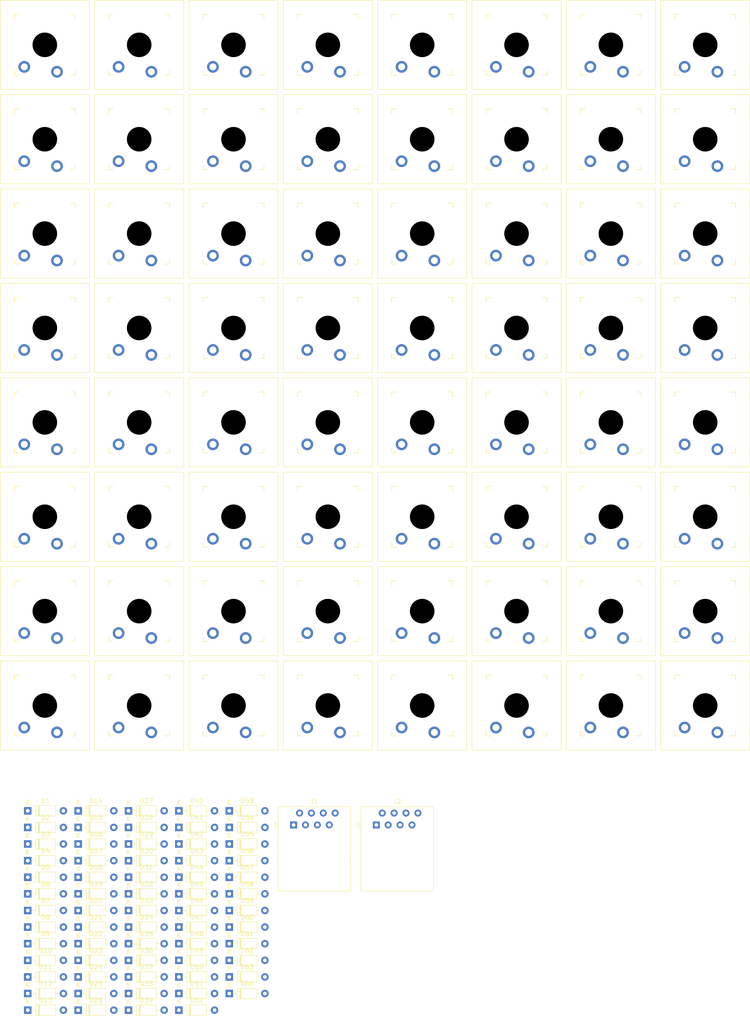
<source format=kicad_pcb>
(kicad_pcb (version 20221018) (generator pcbnew)
  (layers (0 "F.Cu" signal) (31 "B.Cu" signal) (34 "B.Paste" user) (35 "F.Paste" user) (36 "B.SilkS" user "B.Silkscreen") (37 "F.SilkS" user "F.Silkscreen") (38 "B.Mask" user) (39 "F.Mask" user) (44 "Edge.Cuts" user))
  (net 0 "")
  (net 1 "Net-(D1-K)")
  (net 2 "Net-(D1-A)")
  (net 3 "Net-(D2-A)")
  (net 4 "Net-(D3-A)")
  (net 5 "Net-(D4-A)")
  (net 6 "Net-(D5-A)")
  (net 7 "Net-(D6-A)")
  (net 8 "Net-(D7-A)")
  (net 9 "Net-(D10-K)")
  (net 10 "Net-(D8-A)")
  (net 11 "Net-(D9-A)")
  (net 12 "Net-(D10-A)")
  (net 13 "Net-(D11-A)")
  (net 14 "Net-(D12-A)")
  (net 15 "Net-(D13-A)")
  (net 16 "Net-(D14-A)")
  (net 17 "Net-(D15-K)")
  (net 18 "Net-(D15-A)")
  (net 19 "Net-(D16-A)")
  (net 20 "Net-(D17-A)")
  (net 21 "Net-(D18-A)")
  (net 22 "Net-(D19-A)")
  (net 23 "Net-(D20-A)")
  (net 24 "Net-(D21-A)")
  (net 25 "Net-(D22-K)")
  (net 26 "Net-(D22-A)")
  (net 27 "Net-(D23-A)")
  (net 28 "Net-(D24-A)")
  (net 29 "Net-(D25-A)")
  (net 30 "Net-(D26-A)")
  (net 31 "Net-(D27-A)")
  (net 32 "Net-(D28-A)")
  (net 33 "Net-(D29-K)")
  (net 34 "Net-(D29-A)")
  (net 35 "Net-(D30-A)")
  (net 36 "Net-(D31-A)")
  (net 37 "Net-(D32-A)")
  (net 38 "Net-(D33-K)")
  (net 39 "Net-(D33-A)")
  (net 40 "Net-(D34-A)")
  (net 41 "Net-(D35-A)")
  (net 42 "Net-(D36-A)")
  (net 43 "Net-(D37-A)")
  (net 44 "Net-(D38-A)")
  (net 45 "Net-(D39-A)")
  (net 46 "Net-(D40-K)")
  (net 47 "Net-(D40-A)")
  (net 48 "Net-(D41-A)")
  (net 49 "Net-(D42-A)")
  (net 50 "Net-(D43-A)")
  (net 51 "Net-(D44-A)")
  (net 52 "Net-(D45-A)")
  (net 53 "Net-(D46-A)")
  (net 54 "Net-(D47-K)")
  (net 55 "Net-(D47-A)")
  (net 56 "Net-(D48-A)")
  (net 57 "Net-(D49-A)")
  (net 58 "Net-(D50-A)")
  (net 59 "Net-(D51-A)")
  (net 60 "Net-(D52-A)")
  (net 61 "Net-(D53-A)")
  (net 62 "Net-(D54-K)")
  (net 63 "Net-(D54-A)")
  (net 64 "Net-(D55-A)")
  (net 65 "Net-(D56-A)")
  (net 66 "Net-(D57-A)")
  (net 67 "Net-(D58-A)")
  (net 68 "Net-(D59-A)")
  (net 69 "Net-(D60-A)")
  (net 70 "Net-(D61-K)")
  (net 71 "Net-(D61-A)")
  (net 72 "Net-(D62-A)")
  (net 73 "Net-(D63-A)")
  (net 74 "Net-(D64-A)")
  (net 91 "Net-(S1-Pad1)")
  (net 92 "Net-(S16-Pad1)")
  (net 93 "Net-(S10-Pad1)")
  (net 94 "Net-(S11-Pad1)")
  (net 95 "Net-(S12-Pad1)")
  (net 96 "Net-(S13-Pad1)")
  (net 97 "Net-(S14-Pad1)")
  (net 98 "Net-(S33-Pad1)")
  (net 99 "Net-(S34-Pad1)")
  (net 100 "Net-(S35-Pad1)")
  (net 101 "Net-(S36-Pad1)")
  (net 102 "Net-(S37-Pad1)")
  (net 103 "Net-(S38-Pad1)")
  (net 104 "Net-(S39-Pad1)")
  (footprint "key-switches.pretty-main:SW_Gateron_LowProfile_THT_19mmgap" (layer "F.Cu") (at 84.66625 16.8725)
    (fp_text reference "S3" hide)
    (fp_text value "Keyswitch" hide)
    (pad "" np_thru_hole circle (at 0 0 180) (size 5.25 5.25) (drill 5.25) (layers "*.Mask"))
    (pad "1" thru_hole circle (at -4.4 4.7 180) (size 2.5 2.5) (drill 1.5) (layers "*.Cu" "B.Mask") (net 93 "Net-(S10-Pad1)"))
    (pad "2" thru_hole circle (at 2.6 5.75 180) (size 2.5 2.5) (drill 1.5) (layers "*.Cu" "B.Mask") (net 4 "Net-(D3-A)"))
  )
  (footprint "ScottoKeebs_Components:Diode_DO-35" (layer "F.Cu") (at 81.01875 140.225)
    (fp_text reference "D1" (at 3.81 -2.12) (layer "F.SilkS"))
    (fp_text value "Diode")
    (fp_text user "K" (at 0 -1.8) (layer "F.SilkS"))
    (pad "1" thru_hole rect (at 0 0) (size 1.6 1.6) (drill 0.8) (layers "*.Cu" "*.Mask") (net 1 "Net-(D1-K)"))
    (pad "2" thru_hole oval (at 7.62 0) (size 1.6 1.6) (drill 0.8) (layers "*.Cu" "*.Mask") (net 2 "Net-(D1-A)"))
  )
  (footprint "ScottoKeebs_Components:Diode_DO-35" (layer "F.Cu") (at 102.55875 140.225)
    (fp_text reference "D27" (at 3.81 -2.12) (layer "F.SilkS"))
    (fp_text value "Diode")
    (fp_text user "K" (at 0 -1.8) (layer "F.SilkS"))
    (pad "1" thru_hole rect (at 0 0) (size 1.6 1.6) (drill 0.8) (layers "*.Cu" "*.Mask") (net 25 "Net-(D22-K)"))
    (pad "2" thru_hole oval (at 7.62 0) (size 1.6 1.6) (drill 0.8) (layers "*.Cu" "*.Mask") (net 31 "Net-(D27-A)"))
  )
  (footprint "key-switches.pretty-main:SW_Gateron_LowProfile_THT_19mmgap" (layer "F.Cu") (at 84.66625 77.3825)
    (fp_text reference "S6" hide)
    (fp_text value "Keyswitch" hide)
    (pad "" np_thru_hole circle (at 0 0 180) (size 5.25 5.25) (drill 5.25) (layers "*.Mask"))
    (pad "1" thru_hole circle (at -4.4 4.7 180) (size 2.5 2.5) (drill 1.5) (layers "*.Cu" "B.Mask") (net 96 "Net-(S13-Pad1)"))
    (pad "2" thru_hole circle (at 2.6 5.75 180) (size 2.5 2.5) (drill 1.5) (layers "*.Cu" "B.Mask") (net 7 "Net-(D6-A)"))
  )
  (footprint "key-switches.pretty-main:SW_Gateron_LowProfile_THT_19mmgap" (layer "F.Cu") (at 145.17625 57.2125)
    (fp_text reference "S29" hide)
    (fp_text value "Keyswitch" hide)
    (pad "" np_thru_hole circle (at 0 0 180) (size 5.25 5.25) (drill 5.25) (layers "*.Mask"))
    (pad "1" thru_hole circle (at -4.4 4.7 180) (size 2.5 2.5) (drill 1.5) (layers "*.Cu" "B.Mask") (net 94 "Net-(S11-Pad1)"))
    (pad "2" thru_hole circle (at 2.6 5.75 180) (size 2.5 2.5) (drill 1.5) (layers "*.Cu" "B.Mask") (net 34 "Net-(D29-A)"))
  )
  (footprint "key-switches.pretty-main:SW_Gateron_LowProfile_THT_19mmgap" (layer "F.Cu") (at 104.83625 16.8725)
    (fp_text reference "S11" hide)
    (fp_text value "Keyswitch" hide)
    (pad "" np_thru_hole circle (at 0 0 180) (size 5.25 5.25) (drill 5.25) (layers "*.Mask"))
    (pad "1" thru_hole circle (at -4.4 4.7 180) (size 2.5 2.5) (drill 1.5) (layers "*.Cu" "B.Mask") (net 94 "Net-(S11-Pad1)"))
    (pad "2" thru_hole circle (at 2.6 5.75 180) (size 2.5 2.5) (drill 1.5) (layers "*.Cu" "B.Mask") (net 13 "Net-(D11-A)"))
  )
  (footprint "ScottoKeebs_Components:Diode_DO-35" (layer "F.Cu") (at 102.55875 165.075)
    (fp_text reference "D34" (at 3.81 -2.12) (layer "F.SilkS"))
    (fp_text value "Diode")
    (fp_text user "K" (at 0 -1.8) (layer "F.SilkS"))
    (pad "1" thru_hole rect (at 0 0) (size 1.6 1.6) (drill 0.8) (layers "*.Cu" "*.Mask") (net 38 "Net-(D33-K)"))
    (pad "2" thru_hole oval (at 7.62 0) (size 1.6 1.6) (drill 0.8) (layers "*.Cu" "*.Mask") (net 40 "Net-(D34-A)"))
  )
  (footprint "key-switches.pretty-main:SW_Gateron_LowProfile_THT_19mmgap" (layer "F.Cu") (at 205.68625 16.8725)
    (fp_text reference "S51" hide)
    (fp_text value "Keyswitch" hide)
    (pad "" np_thru_hole circle (at 0 0 180) (size 5.25 5.25) (drill 5.25) (layers "*.Mask"))
    (pad "1" thru_hole circle (at -4.4 4.7 180) (size 2.5 2.5) (drill 1.5) (layers "*.Cu" "B.Mask") (net 102 "Net-(S37-Pad1)"))
    (pad "2" thru_hole circle (at 2.6 5.75 180) (size 2.5 2.5) (drill 1.5) (layers "*.Cu" "B.Mask") (net 59 "Net-(D51-A)"))
  )
  (footprint "key-switches.pretty-main:SW_Gateron_LowProfile_THT_19mmgap" (layer "F.Cu") (at 185.51625 37.0425)
    (fp_text reference "S44" hide)
    (fp_text value "Keyswitch" hide)
    (pad "" np_thru_hole circle (at 0 0 180) (size 5.25 5.25) (drill 5.25) (layers "*.Mask"))
    (pad "1" thru_hole circle (at -4.4 4.7 180) (size 2.5 2.5) (drill 1.5) (layers "*.Cu" "B.Mask") (net 102 "Net-(S37-Pad1)"))
    (pad "2" thru_hole circle (at 2.6 5.75 180) (size 2.5 2.5) (drill 1.5) (layers "*.Cu" "B.Mask") (net 51 "Net-(D44-A)"))
  )
  (footprint "key-switches.pretty-main:SW_Gateron_LowProfile_THT_19mmgap" (layer "F.Cu") (at 225.85625 -23.4675)
    (fp_text reference "S57" hide)
    (fp_text value "Keyswitch" hide)
    (pad "" np_thru_hole circle (at 0 0 180) (size 5.25 5.25) (drill 5.25) (layers "*.Mask"))
    (pad "1" thru_hole circle (at -4.4 4.7 180) (size 2.5 2.5) (drill 1.5) (layers "*.Cu" "B.Mask") (net 101 "Net-(S36-Pad1)"))
    (pad "2" thru_hole circle (at 2.6 5.75 180) (size 2.5 2.5) (drill 1.5) (layers "*.Cu" "B.Mask") (net 66 "Net-(D57-A)"))
  )
  (footprint "ScottoKeebs_Components:Diode_DO-35" (layer "F.Cu") (at 102.55875 157.975)
    (fp_text reference "D32" (at 3.81 -2.12) (layer "F.SilkS"))
    (fp_text value "Diode")
    (fp_text user "K" (at 0 -1.8) (layer "F.SilkS"))
    (pad "1" thru_hole rect (at 0 0) (size 1.6 1.6) (drill 0.8) (layers "*.Cu" "*.Mask") (net 33 "Net-(D29-K)"))
    (pad "2" thru_hole oval (at 7.62 0) (size 1.6 1.6) (drill 0.8) (layers "*.Cu" "*.Mask") (net 37 "Net-(D32-A)"))
  )
  (footprint "ScottoKeebs_Components:Diode_DO-35" (layer "F.Cu") (at 91.78875 168.625)
    (fp_text reference "D22" (at 3.81 -2.12) (layer "F.SilkS"))
    (fp_text value "Diode")
    (fp_text user "K" (at 0 -1.8) (layer "F.SilkS"))
    (pad "1" thru_hole rect (at 0 0) (size 1.6 1.6) (drill 0.8) (layers "*.Cu" "*.Mask") (net 25 "Net-(D22-K)"))
    (pad "2" thru_hole oval (at 7.62 0) (size 1.6 1.6) (drill 0.8) (layers "*.Cu" "*.Mask") (net 26 "Net-(D22-A)"))
  )
  (footprint "ScottoKeebs_Components:Diode_DO-35" (layer "F.Cu") (at 91.78875 143.775)
    (fp_text reference "D15" (at 3.81 -2.12) (layer "F.SilkS"))
    (fp_text value "Diode")
    (fp_text user "K" (at 0 -1.8) (layer "F.SilkS"))
    (pad "1" thru_hole rect (at 0 0) (size 1.6 1.6) (drill 0.8) (layers "*.Cu" "*.Mask") (net 17 "Net-(D15-K)"))
    (pad "2" thru_hole oval (at 7.62 0) (size 1.6 1.6) (drill 0.8) (layers "*.Cu" "*.Mask") (net 18 "Net-(D15-A)"))
  )
  (footprint "ScottoKeebs_Components:Diode_DO-35" (layer "F.Cu") (at 113.32875 150.875)
    (fp_text reference "D43" (at 3.81 -2.12) (layer "F.SilkS"))
    (fp_text value "Diode")
    (fp_text user "K" (at 0 -1.8) (layer "F.SilkS"))
    (pad "1" thru_hole rect (at 0 0) (size 1.6 1.6) (drill 0.8) (layers "*.Cu" "*.Mask") (net 46 "Net-(D40-K)"))
    (pad "2" thru_hole oval (at 7.62 0) (size 1.6 1.6) (drill 0.8) (layers "*.Cu" "*.Mask") (net 50 "Net-(D43-A)"))
  )
  (footprint "key-switches.pretty-main:SW_Gateron_LowProfile_THT_19mmgap" (layer "F.Cu") (at 185.51625 117.7225)
    (fp_text reference "S48" hide)
    (fp_text value "Keyswitch" hide)
    (pad "" np_thru_hole circle (at 0 0 180) (size 5.25 5.25) (drill 5.25) (layers "*.Mask"))
    (pad "1" thru_hole circle (at -4.4 4.7 180) (size 2.5 2.5) (drill 1.5) (layers "*.Cu" "B.Mask") (net 99 "Net-(S34-Pad1)"))
    (pad "2" thru_hole circle (at 2.6 5.75 180) (size 2.5 2.5) (drill 1.5) (layers "*.Cu" "B.Mask") (net 56 "Net-(D48-A)"))
  )
  (footprint "key-switches.pretty-main:SW_Gateron_LowProfile_THT_19mmgap" (layer "F.Cu") (at 165.34625 16.8725)
    (fp_text reference "S35" hide)
    (fp_text value "Keyswitch" hide)
    (pad "" np_thru_hole circle (at 0 0 180) (size 5.25 5.25) (drill 5.25) (layers "*.Mask"))
    (pad "1" thru_hole circle (at -4.4 4.7 180) (size 2.5 2.5) (drill 1.5) (layers "*.Cu" "B.Mask") (net 100 "Net-(S35-Pad1)"))
    (pad "2" thru_hole circle (at 2.6 5.75 180) (size 2.5 2.5) (drill 1.5) (layers "*.Cu" "B.Mask") (net 41 "Net-(D35-A)"))
  )
  (footprint "ScottoKeebs_Components:Diode_DO-35" (layer "F.Cu") (at 91.78875 147.325)
    (fp_text reference "D16" (at 3.81 -2.12) (layer "F.SilkS"))
    (fp_text value "Diode")
    (fp_text user "K" (at 0 -1.8) (layer "F.SilkS"))
    (pad "1" thru_hole rect (at 0 0) (size 1.6 1.6) (drill 0.8) (layers "*.Cu" "*.Mask") (net 17 "Net-(D15-K)"))
    (pad "2" thru_hole oval (at 7.62 0) (size 1.6 1.6) (drill 0.8) (layers "*.Cu" "*.Mask") (net 19 "Net-(D16-A)"))
  )
  (footprint "ScottoKeebs_Components:Diode_DO-35" (layer "F.Cu") (at 102.55875 182.825)
    (fp_text reference "D39" (at 3.81 -2.12) (layer "F.SilkS"))
    (fp_text value "Diode")
    (fp_text user "K" (at 0 -1.8) (layer "F.SilkS"))
    (pad "1" thru_hole rect (at 0 0) (size 1.6 1.6) (drill 0.8) (layers "*.Cu" "*.Mask") (net 38 "Net-(D33-K)"))
    (pad "2" thru_hole oval (at 7.62 0) (size 1.6 1.6) (drill 0.8) (layers "*.Cu" "*.Mask") (net 45 "Net-(D39-A)"))
  )
  (footprint "key-switches.pretty-main:SW_Gateron_LowProfile_THT_19mmgap" (layer "F.Cu") (at 165.34625 -23.4675)
    (fp_text reference "S33" hide)
    (fp_text value "Keyswitch" hide)
    (pad "" np_thru_hole circle (at 0 0 180) (size 5.25 5.25) (drill 5.25) (layers "*.Mask"))
    (pad "1" thru_hole circle (at -4.4 4.7 180) (size 2.5 2.5) (drill 1.5) (layers "*.Cu" "B.Mask") (net 98 "Net-(S33-Pad1)"))
    (pad "2" thru_hole circle (at 2.6 5.75 180) (size 2.5 2.5) (drill 1.5) (layers "*.Cu" "B.Mask") (net 39 "Net-(D33-A)"))
  )
  (footprint "key-switches.pretty-main:SW_Gateron_LowProfile_THT_19mmgap" (layer "F.Cu") (at 205.68625 -3.2975)
    (fp_text reference "S50" hide)
    (fp_text value "Keyswitch" hide)
    (pad "" np_thru_hole circle (at 0 0 180) (size 5.25 5.25) (drill 5.25) (layers "*.Mask"))
    (pad "1" thru_hole circle (at -4.4 4.7 180) (size 2.5 2.5) (drill 1.5) (layers "*.Cu" "B.Mask") (net 101 "Net-(S36-Pad1)"))
    (pad "2" thru_hole circle (at 2.6 5.75 180) (size 2.5 2.5) (drill 1.5) (layers "*.Cu" "B.Mask") (net 58 "Net-(D50-A)"))
  )
  (footprint "ScottoKeebs_Components:Diode_DO-35" (layer "F.Cu") (at 81.01875 150.875)
    (fp_text reference "D4" (at 3.81 -2.12) (layer "F.SilkS"))
    (fp_text value "Diode")
    (fp_text user "K" (at 0 -1.8) (layer "F.SilkS"))
    (pad "1" thru_hole rect (at 0 0) (size 1.6 1.6) (drill 0.8) (layers "*.Cu" "*.Mask") (net 1 "Net-(D1-K)"))
    (pad "2" thru_hole oval (at 7.62 0) (size 1.6 1.6) (drill 0.8) (layers "*.Cu" "*.Mask") (net 5 "Net-(D4-A)"))
  )
  (footprint "ScottoKeebs_Components:Diode_DO-35" (layer "F.Cu") (at 113.32875 175.725)
    (fp_text reference "D50" (at 3.81 -2.12) (layer "F.SilkS"))
    (fp_text value "Diode")
    (fp_text user "K" (at 0 -1.8) (layer "F.SilkS"))
    (pad "1" thru_hole rect (at 0 0) (size 1.6 1.6) (drill 0.8) (layers "*.Cu" "*.Mask") (net 54 "Net-(D47-K)"))
    (pad "2" thru_hole oval (at 7.62 0) (size 1.6 1.6) (drill 0.8) (layers "*.Cu" "*.Mask") (net 58 "Net-(D50-A)"))
  )
  (footprint "key-switches.pretty-main:SW_Gateron_LowProfile_THT_19mmgap" (layer "F.Cu") (at 104.83625 57.2125)
    (fp_text reference "S13" hide)
    (fp_text value "Keyswitch" hide)
    (pad "" np_thru_hole circle (at 0 0 180) (size 5.25 5.25) (drill 5.25) (layers "*.Mask"))
    (pad "1" thru_hole circle (at -4.4 4.7 180) (size 2.5 2.5) (drill 1.5) (layers "*.Cu" "B.Mask") (net 96 "Net-(S13-Pad1)"))
    (pad "2" thru_hole circle (at 2.6 5.75 180) (size 2.5 2.5) (drill 1.5) (layers "*.Cu" "B.Mask") (net 15 "Net-(D13-A)"))
  )
  (footprint "ScottoKeebs_Components:Diode_DO-35" (layer "F.Cu") (at 81.01875 179.275)
    (fp_text reference "D12" (at 3.81 -2.12) (layer "F.SilkS"))
    (fp_text value "Diode")
    (fp_text user "K" (at 0 -1.8) (layer "F.SilkS"))
    (pad "1" thru_hole rect (at 0 0) (size 1.6 1.6) (drill 0.8) (layers "*.Cu" "*.Mask") (net 9 "Net-(D10-K)"))
    (pad "2" thru_hole oval (at 7.62 0) (size 1.6 1.6) (drill 0.8) (layers "*.Cu" "*.Mask") (net 14 "Net-(D12-A)"))
  )
  (footprint "ScottoKeebs_Components:Diode_DO-35" (layer "F.Cu") (at 102.55875 179.275)
    (fp_text reference "D38" (at 3.81 -2.12) (layer "F.SilkS"))
    (fp_text value "Diode")
    (fp_text user "K" (at 0 -1.8) (layer "F.SilkS"))
    (pad "1" thru_hole rect (at 0 0) (size 1.6 1.6) (drill 0.8) (layers "*.Cu" "*.Mask") (net 38 "Net-(D33-K)"))
    (pad "2" thru_hole oval (at 7.62 0) (size 1.6 1.6) (drill 0.8) (layers "*.Cu" "*.Mask") (net 44 "Net-(D38-A)"))
  )
  (footprint "ScottoKeebs_Components:Diode_DO-35" (layer "F.Cu") (at 124.09875 150.875)
    (fp_text reference "D56" (at 3.81 -2.12) (layer "F.SilkS"))
    (fp_text value "Diode")
    (fp_text user "K" (at 0 -1.8) (layer "F.SilkS"))
    (pad "1" thru_hole rect (at 0 0) (size 1.6 1.6) (drill 0.8) (layers "*.Cu" "*.Mask") (net 62 "Net-(D54-K)"))
    (pad "2" thru_hole oval (at 7.62 0) (size 1.6 1.6) (drill 0.8) (layers "*.Cu" "*.Mask") (net 65 "Net-(D56-A)"))
  )
  (footprint "key-switches.pretty-main:SW_Gateron_LowProfile_THT_19mmgap" (layer "F.Cu") (at 145.17625 -23.4675)
    (fp_text reference "S25" hide)
    (fp_text value "Keyswitch" hide)
    (pad "" np_thru_hole circle (at 0 0 180) (size 5.25 5.25) (drill 5.25) (layers "*.Mask"))
    (pad "1" thru_hole circle (at -4.4 4.7 180) (size 2.5 2.5) (drill 1.5) (layers "*.Cu" "B.Mask") (net 94 "Net-(S11-Pad1)"))
    (pad "2" thru_hole circle (at 2.6 5.75 180) (size 2.5 2.5) (drill 1.5) (layers "*.Cu" "B.Mask") (net 29 "Net-(D25-A)"))
  )
  (footprint "key-switches.pretty-main:SW_Gateron_LowProfile_THT_19mmgap" (layer "F.Cu") (at 185.51625 -3.2975)
    (fp_text reference "S42" hide)
    (fp_text value "Keyswitch" hide)
    (pad "" np_thru_hole circle (at 0 0 180) (size 5.25 5.25) (drill 5.25) (layers "*.Mask"))
    (pad "1" thru_hole circle (at -4.4 4.7 180) (size 2.5 2.5) (drill 1.5) (layers "*.Cu" "B.Mask") (net 100 "Net-(S35-Pad1)"))
    (pad "2" thru_hole circle (at 2.6 5.75 180) (size 2.5 2.5) (drill 1.5) (layers "*.Cu" "B.Mask") (net 49 "Net-(D42-A)"))
  )
  (footprint "ScottoKeebs_Components:Diode_DO-35" (layer "F.Cu") (at 124.09875 161.525)
    (fp_text reference "D59" (at 3.81 -2.12) (layer "F.SilkS"))
    (fp_text value "Diode")
    (fp_text user "K" (at 0 -1.8) (layer "F.SilkS"))
    (pad "1" thru_hole rect (at 0 0) (size 1.6 1.6) (drill 0.8) (layers "*.Cu" "*.Mask") (net 62 "Net-(D54-K)"))
    (pad "2" thru_hole oval (at 7.62 0) (size 1.6 1.6) (drill 0.8) (layers "*.Cu" "*.Mask") (net 68 "Net-(D59-A)"))
  )
  (footprint "key-switches.pretty-main:SW_Gateron_LowProfile_THT_19mmgap" (layer "F.Cu") (at 205.68625 77.3825)
    (fp_text reference "S54" hide)
    (fp_text value "Keyswitch" hide)
    (pad "" np_thru_hole circle (at 0 0 180) (size 5.25 5.25) (drill 5.25) (layers "*.Mask"))
    (pad "1" thru_hole circle (at -4.4 4.7 180) (size 2.5 2.5) (drill 1.5) (layers "*.Cu" "B.Mask") (net 98 "Net-(S33-Pad1)"))
    (pad "2" thru_hole circle (at 2.6 5.75 180) (size 2.5 2.5) (drill 1.5) (layers "*.Cu" "B.Mask") (net 63 "Net-(D54-A)"))
  )
  (footprint "ScottoKeebs_Components:Diode_DO-35" (layer "F.Cu") (at 113.32875 165.075)
    (fp_text reference "D47" (at 3.81 -2.12) (layer "F.SilkS"))
    (fp_text value "Diode")
    (fp_text user "K" (at 0 -1.8) (layer "F.SilkS"))
    (pad "1" thru_hole rect (at 0 0) (size 1.6 1.6) (drill 0.8) (layers "*.Cu" "*.Mask") (net 54 "Net-(D47-K)"))
    (pad "2" thru_hole oval (at 7.62 0) (size 1.6 1.6) (drill 0.8) (layers "*.Cu" "*.Mask") (net 55 "Net-(D47-A)"))
  )
  (footprint "key-switches.pretty-main:SW_Gateron_LowProfile_THT_19mmgap" (layer "F.Cu") (at 225.85625 117.7225)
    (fp_text reference "S64" hide)
    (fp_text value "Keyswitch" hide)
    (pad "" np_thru_hole circle (at 0 0 180) (size 5.25 5.25) (drill 5.25) (layers "*.Mask"))
    (pad "1" thru_hole circle (at -4.4 4.7 180) (size 2.5 2.5) (drill 1.5) (layers "*.Cu" "B.Mask") (net 101 "Net-(S36-Pad1)"))
    (pad "2" thru_hole circle (at 2.6 5.75 180) (size 2.5 2.5) (drill 1.5) (layers "*.Cu" "B.Mask") (net 74 "Net-(D64-A)"))
  )
  (footprint "ScottoKeebs_Components:Diode_DO-35" (layer "F.Cu") (at 113.32875 168.625)
    (fp_text reference "D48" (at 3.81 -2.12) (layer "F.SilkS"))
    (fp_text value "Diode")
    (fp_text user "K" (at 0 -1.8) (layer "F.SilkS"))
    (pad "1" thru_hole rect (at 0 0) (size 1.6 1.6) (drill 0.8) (layers "*.Cu" "*.Mask") (net 54 "Net-(D47-K)"))
    (pad "2" thru_hole oval (at 7.62 0) (size 1.6 1.6) (drill 0.8) (layers "*.Cu" "*.Mask") (net 56 "Net-(D48-A)"))
  )
  (footprint "ScottoKeebs_Components:Diode_DO-35" (layer "F.Cu") (at 81.01875 172.175)
    (fp_text reference "D10" (at 3.81 -2.12) (layer "F.SilkS"))
    (fp_text value "Diode")
    (fp_text user "K" (at 0 -1.8) (layer "F.SilkS"))
    (pad "1" thru_hole rect (at 0 0) (size 1.6 1.6) (drill 0.8) (layers "*.Cu" "*.Mask") (net 9 "Net-(D10-K)"))
    (pad "2" thru_hole oval (at 7.62 0) (size 1.6 1.6) (drill 0.8) (layers "*.Cu" "*.Mask") (net 12 "Net-(D10-A)"))
  )
  (footprint "ScottoKeebs_Components:Diode_DO-35" (layer "F.Cu") (at 113.32875 157.975)
    (fp_text reference "D45" (at 3.81 -2.12) (layer "F.SilkS"))
    (fp_text value "Diode")
    (fp_text user "K" (at 0 -1.8) (layer "F.SilkS"))
    (pad "1" thru_hole rect (at 0 0) (size 1.6 1.6) (drill 0.8) (layers "*.Cu" "*.Mask") (net 46 "Net-(D40-K)"))
    (pad "2" thru_hole oval (at 7.62 0) (size 1.6 1.6) (drill 0.8) (layers "*.Cu" "*.Mask") (net 52 "Net-(D45-A)"))
  )
  (footprint "ScottoKeebs_Components:Diode_DO-35" (layer "F.Cu") (at 102.55875 154.425)
    (fp_text reference "D31" (at 3.81 -2.12) (layer "F.SilkS"))
    (fp_text value "Diode")
    (fp_text user "K" (at 0 -1.8) (layer "F.SilkS"))
    (pad "1" thru_hole rect (at 0 0) (size 1.6 1.6) (drill 0.8) (layers "*.Cu" "*.Mask") (net 33 "Net-(D29-K)"))
    (pad "2" thru_hole oval (at 7.62 0) (size 1.6 1.6) (drill 0.8) (layers "*.Cu" "*.Mask") (net 36 "Net-(D31-A)"))
  )
  (footprint "ScottoKeebs_Components:Diode_DO-35" (layer "F.Cu") (at 81.01875 168.625)
    (fp_text reference "D9" (at 3.81 -2.12) (layer "F.SilkS"))
    (fp_text value "Diode")
    (fp_text user "K" (at 0 -1.8) (layer "F.SilkS"))
    (pad "1" thru_hole rect (at 0 0) (size 1.6 1.6) (drill 0.8) (layers "*.Cu" "*.Mask") (net 9 "Net-(D10-K)"))
    (pad "2" thru_hole oval (at 7.62 0) (size 1.6 1.6) (drill 0.8) (layers "*.Cu" "*.Mask") (net 11 "Net-(D9-A)"))
  )
  (footprint "key-switches.pretty-main:SW_Gateron_LowProfile_THT_19mmgap" (layer "F.Cu") (at 185.51625 77.3825)
    (fp_text reference "S46" hide)
    (fp_text value "Keyswitch" hide)
    (pad "" np_thru_hole circle (at 0 0 180) (size 5.25 5.25) (drill 5.25) (layers "*.Mask"))
    (pad "1" thru_hole circle (at -4.4 4.7 180) (size 2.5 2.5) (drill 1.5) (layers "*.Cu" "B.Mask") (net 104 "Net-(S39-Pad1)"))
    (pad "2" thru_hole circle (at 2.6 5.75 180) (size 2.5 2.5) (drill 1.5) (layers "*.Cu" "B.Mask") (net 53 "Net-(D46-A)"))
  )
  (footprint "key-switches.pretty-main:SW_Gateron_LowProfile_THT_19mmgap" (layer "F.Cu") (at 145.17625 77.3825)
    (fp_text reference "S30" hide)
    (fp_text value "Keyswitch" hide)
    (pad "" np_thru_hole circle (at 0 0 180) (size 5.25 5.25) (drill 5.25) (layers "*.Mask"))
    (pad "1" thru_hole circle (at -4.4 4.7 180) (size 2.5 2.5) (drill 1.5) (layers "*.Cu" "B.Mask") (net 95 "Net-(S12-Pad1)"))
    (pad "2" thru_hole circle (at 2.6 5.75 180) (size 2.5 2.5) (drill 1.5) (layers "*.Cu" "B.Mask") (net 35 "Net-(D30-A)"))
  )
  (footprint "ScottoKeebs_Components:Diode_DO-35" (layer "F.Cu") (at 113.32875 179.275)
    (fp_text reference "D51" (at 3.81 -2.12) (layer "F.SilkS"))
    (fp_text value "Diode")
    (fp_text user "K" (at 0 -1.8) (layer "F.SilkS"))
    (pad "1" thru_hole rect (at 0 0) (size 1.6 1.6) (drill 0.8) (layers "*.Cu" "*.Mask") (net 54 "Net-(D47-K)"))
    (pad "2" thru_hole oval (at 7.62 0) (size 1.6 1.6) (drill 0.8) (layers "*.Cu" "*.Mask") (net 59 "Net-(D51-A)"))
  )
  (footprint "key-switches.pretty-main:SW_Gateron_LowProfile_THT_19mmgap" (layer "F.Cu") (at 205.68625 57.2125)
    (fp_text reference "S53" hide)
    (fp_text value "Keyswitch" hide)
    (pad "" np_thru_hole circle (at 0 0 180) (size 5.25 5.25) (drill 5.25) (layers "*.Mask"))
    (pad "1" thru_hole circle (at -4.4 4.7 180) (size 2.5 2.5) (drill 1.5) (layers "*.Cu" "B.Mask") (net 104 "Net-(S39-Pad1)"))
    (pad "2" thru_hole circle (at 2.6 5.75 180) (size 2.5 2.5) (drill 1.5) (layers "*.Cu" "B.Mask") (net 61 "Net-(D53-A)"))
  )
  (footprint "key-switches.pretty-main:SW_Gateron_LowProfile_THT_19mmgap" (layer "F.Cu") (at 225.85625 77.3825)
    (fp_text reference "S62" hide)
    (fp_text value "Keyswitch" hide)
    (pad "" np_thru_hole circle (at 0 0 180) (size 5.25 5.25) (drill 5.25) (layers "*.Mask"))
    (pad "1" thru_hole circle (at -4.4 4.7 180) (size 2.5 2.5) (drill 1.5) (layers "*.Cu" "B.Mask") (net 99 "Net-(S34-Pad1)"))
    (pad "2" thru_hole circle (at 2.6 5.75 180) (size 2.5 2.5) (drill 1.5) (layers "*.Cu" "B.Mask") (net 72 "Net-(D62-A)"))
  )
  (footprint "key-switches.pretty-main:SW_Gateron_LowProfile_THT_19mmgap" (layer "F.Cu") (at 165.34625 57.2125)
    (fp_text reference "S37" hide)
    (fp_text value "Keyswitch" hide)
    (pad "" np_thru_hole circle (at 0 0 180) (size 5.25 5.25) (drill 5.25) (layers "*.Mask"))
    (pad "1" thru_hole circle (at -4.4 4.7 180) (size 2.5 2.5) (drill 1.5) (layers "*.Cu" "B.Mask") (net 102 "Net-(S37-Pad1)"))
    (pad "2" thru_hole circle (at 2.6 5.75 180) (size 2.5 2.5) (drill 1.5) (layers "*.Cu" "B.Mask") (net 43 "Net-(D37-A)"))
  )
  (footprint "ScottoKeebs_Components:Diode_DO-35" (layer "F.Cu") (at 124.09875 179.275)
    (fp_text reference "D64" (at 3.81 -2.12) (layer "F.SilkS"))
    (fp_text value "Diode")
    (fp_text user "K" (at 0 -1.8) (layer "F.SilkS"))
    (pad "1" thru_hole rect (at 0 0) (size 1.6 1.6) (drill 0.8) (layers "*.Cu" "*.Mask") (net 70 "Net-(D61-K)"))
    (pad "2" thru_hole oval (at 7.62 0) (size 1.6 1.6) (drill 0.8) (layers "*.Cu" "*.Mask") (net 74 "Net-(D64-A)"))
  )
  (footprint "ScottoKeebs_Components:Diode_DO-35" (layer "F.Cu") (at 91.78875 157.975)
    (fp_text reference "D19" (at 3.81 -2.12) (layer "F.SilkS"))
    (fp_text value "Diode")
    (fp_text user "K" (at 0 -1.8) (layer "F.SilkS"))
    (pad "1" thru_hole rect (at 0 0) (size 1.6 1.6) (drill 0.8) (layers "*.Cu" "*.Mask") (net 17 "Net-(D15-K)"))
    (pad "2" thru_hole oval (at 7.62 0) (size 1.6 1.6) (drill 0.8) (layers "*.Cu" "*.Mask") (net 22 "Net-(D19-A)"))
  )
  (footprint "ScottoKeebs_Components:Diode_DO-35" (layer "F.Cu") (at 124.09875 147.325)
    (fp_text reference "D55" (at 3.81 -2.12) (layer "F.SilkS"))
    (fp_text value "Diode")
    (fp_text user "K" (at 0 -1.8) (layer "F.SilkS"))
    (pad "1" thru_hole rect (at 0 0) (size 1.6 1.6) (drill 0.8) (layers "*.Cu" "*.Mask") (net 62 "Net-(D54-K)"))
    (pad "2" thru_hole oval (at 7.62 0) (size 1.6 1.6) (drill 0.8) (layers "*.Cu" "*.Mask") (net 64 "Net-(D55-A)"))
  )
  (footprint "ScottoKeebs_Components:Diode_DO-35" (layer "F.Cu") (at 91.78875 140.225)
    (fp_text reference "D14" (at 3.81 -2.12) (layer "F.SilkS"))
    (fp_text value "Diode")
    (fp_text user "K" (at 0 -1.8) (layer "F.SilkS"))
    (pad "1" thru_hole rect (at 0 0) (size 1.6 1.6) (drill 0.8) (layers "*.Cu" "*.Mask") (net 9 "Net-(D10-K)"))
    (pad "2" thru_hole oval (at 7.62 0) (size 1.6 1.6) (drill 0.8) (layers "*.Cu" "*.Mask") (net 16 "Net-(D14-A)"))
  )
  (footprint "key-switches.pretty-main:SW_Gateron_LowProfile_THT_19mmgap" (layer "F.Cu") (at 104.83625 -3.2975)
    (fp_text reference "S10" hide)
    (fp_text value "Keyswitch" hide)
    (pad "" np_thru_hole circle (at 0 0 180) (size 5.25 5.25) (drill 5.25) (layers "*.Mask"))
    (pad "1" thru_hole circle (at -4.4 4.7 180) (size 2.5 2.5) (drill 1.5) (layers "*.Cu" "B.Mask") (net 93 "Net-(S10-Pad1)"))
    (pad "2" thru_hole circle (at 2.6 5.75 180) (size 2.5 2.5) (drill 1.5) (layers "*.Cu" "B.Mask") (net 12 "Net-(D10-A)"))
  )
  (footprint "ScottoKeebs_Components:Diode_DO-35" (layer "F.Cu") (at 102.55875 161.525)
    (fp_text reference "D33" (at 3.81 -2.12) (layer "F.SilkS"))
    (fp_text value "Diode")
    (fp_text user "K" (at 0 -1.8) (layer "F.SilkS"))
    (pad "1" thru_hole rect (at 0 0) (size 1.6 1.6) (drill 0.8) (layers "*.Cu" "*.Mask") (net 38 "Net-(D33-K)"))
    (pad "2" thru_hole oval (at 7.62 0) (size 1.6 1.6) (drill 0.8) (layers "*.Cu" "*.Mask") (net 39 "Net-(D33-A)"))
  )
  (footprint "ScottoKeebs_Components:Diode_DO-35" (layer "F.Cu") (at 124.09875 143.775)
    (fp_text reference "D54" (at 3.81 -2.12) (layer "F.SilkS"))
    (fp_text value "Diode")
    (fp_text user "K" (at 0 -1.8) (layer "F.SilkS"))
    (pad "1" thru_hole rect (at 0 0) (size 1.6 1.6) (drill 0.8) (layers "*.Cu" "*.Mask") (net 62 "Net-(D54-K)"))
    (pad "2" thru_hole oval (at 7.62 0) (size 1.6 1.6) (drill 0.8) (layers "*.Cu" "*.Mask") (net 63 "Net-(D54-A)"))
  )
  (footprint "key-switches.pretty-main:SW_Gateron_LowProfile_THT_19mmgap" (layer "F.Cu") (at 205.68625 97.5525)
    (fp_text reference "S55" hide)
    (fp_text value "Keyswitch" hide)
    (pad "" np_thru_hole circle (at 0 0 180) (size 5.25 5.25) (drill 5.25) (layers "*.Mask"))
    (pad "1" thru_hole circle (at -4.4 4.7 180) (size 2.5 2.5) (drill 1.5) (layers "*.Cu" "B.Mask") (net 99 "Net-(S34-Pad1)"))
    (pad "2" thru_hole circle (at 2.6 5.75 180) (size 2.5 2.5) (drill 1.5) (layers "*.Cu" "B.Mask") (net 64 "Net-(D55-A)"))
  )
  (footprint "ScottoKeebs_Components:Diode_DO-35" (layer "F.Cu") (at 91.78875 179.275)
    (fp_text reference "D25" (at 3.81 -2.12) (layer "F.SilkS"))
    (fp_text value "Diode")
    (fp_text user "K" (at 0 -1.8) (layer "F.SilkS"))
    (pad "1" thru_hole rect (at 0 0) (size 1.6 1.6) (drill 0.8) (layers "*.Cu" "*.Mask") (net 25 "Net-(D22-K)"))
    (pad "2" thru_hole oval (at 7.62 0) (size 1.6 1.6) (drill 0.8) (layers "*.Cu" "*.Mask") (net 29 "Net-(D25-A)"))
  )
  (footprint "key-switches.pretty-main:SW_Gateron_LowProfile_THT_19mmgap" (layer "F.Cu") (at 145.17625 -3.2975)
    (fp_text reference "S26" hide)
    (fp_text value "Keyswitch" hide)
    (pad "" np_thru_hole circle (at 0 0 180) (size 5.25 5.25) (drill 5.25) (layers "*.Mask"))
    (pad "1" thru_hole circle (at -4.4 4.7 180) (size 2.5 2.5) (drill 1.5) (layers "*.Cu" "B.Mask") (net 95 "Net-(S12-Pad1)"))
    (pad "2" thru_hole circle (at 2.6 5.75 180) (size 2.5 2.5) (drill 1.5) (layers "*.Cu" "B.Mask") (net 30 "Net-(D26-A)"))
  )
  (footprint "ScottoKeebs_Components:Diode_DO-35" (layer "F.Cu") (at 81.01875 147.325)
    (fp_text reference "D3" (at 3.81 -2.12) (layer "F.SilkS"))
    (fp_text value "Diode")
    (fp_text user "K" (at 0 -1.8) (layer "F.SilkS"))
    (pad "1" thru_hole rect (at 0 0) (size 1.6 1.6) (drill 0.8) (layers "*.Cu" "*.Mask") (net 1 "Net-(D1-K)"))
    (pad "2" thru_hole oval (at 7.62 0) (size 1.6 1.6) (drill 0.8) (layers "*.Cu" "*.Mask") (net 4 "Net-(D3-A)"))
  )
  (footprint "key-switches.pretty-main:SW_Gateron_LowProfile_THT_19mmgap" (layer "F.Cu") (at 165.34625 37.0425)
    (fp_text reference "S36" hide)
    (fp_text value "Keyswitch" hide)
    (pad "" np_thru_hole circle (at 0 0 180) (size 5.25 5.25) (drill 5.25) (layers "*.Mask"))
    (pad "1" thru_hole circle (at -4.4 4.7 180) (size 2.5 2.5) (drill 1.5) (layers "*.Cu" "B.Mask") (net 101 "Net-(S36-Pad1)"))
    (pad "2" thru_hole circle (at 2.6 5.75 180) (size 2.5 2.5) (drill 1.5) (layers "*.Cu" "B.Mask") (net 42 "Net-(D36-A)"))
  )
  (footprint "key-switches.pretty-main:SW_Gateron_LowProfile_THT_19mmgap" (layer "F.Cu") (at 84.66625 -23.4675)
    (fp_text reference "S1" hide)
    (fp_text value "Keyswitch" hide)
    (pad "" np_thru_hole circle (at 0 0 180) (size 5.25 5.25) (drill 5.25) (layers "*.Mask"))
    (pad "1" thru_hole circle (at -4.4 4.7 180) (size 2.5 2.5) (drill 1.5) (layers "*.Cu" "B.Mask") (net 91 "Net-(S1-Pad1)"))
    (pad "2" thru_hole circle (at 2.6 5.75 180) (size 2.5 2.5) (drill 1.5) (layers "*.Cu" "B.Mask") (net 2 "Net-(D1-A)"))
  )
  (footprint "key-switches.pretty-main:SW_Gateron_LowProfile_THT_19mmgap" (layer "F.Cu") (at 125.00625 -23.4675)
    (fp_text reference "S17" hide)
    (fp_text value "Keyswitch" hide)
    (pad "" np_thru_hole circle (at 0 0 180) (size 5.25 5.25) (drill 5.25) (layers "*.Mask"))
    (pad "1" thru_hole circle (at -4.4 4.7 180) (size 2.5 2.5) (drill 1.5) (layers "*.Cu" "B.Mask") (net 93 "Net-(S10-Pad1)"))
    (pad "2" thru_hole circle (at 2.6 5.75 180) (size 2.5 2.5) (drill 1.5) (layers "*.Cu" "B.Mask") (net 20 "Net-(D17-A)"))
  )
  (footprint "key-switches.pretty-main:SW_Gateron_LowProfile_THT_19mmgap" (layer "F.Cu") (at 165.34625 -3.2975)
    (fp_text reference "S34" hide)
    (fp_text value "Keyswitch" hide)
    (pad "" np_thru_hole circle (at 0 0 180) (size 5.25 5.25) (drill 5.25) (layers "*.Mask"))
    (pad "1" thru_hole circle (at -4.4 4.7 180) (size 2.5 2.5) (drill 1.5) (layers "*.Cu" "B.Mask") (net 99 "Net-(S34-Pad1)"))
    (pad "2" thru_hole circle (at 2.6 5.75 180) (size 2.5 2.5) (drill 1.5) (layers "*.Cu" "B.Mask") (net 40 "Net-(D34-A)"))
  )
  (footprint "key-switches.pretty-main:SW_Gateron_LowProfile_THT_19mmgap" (layer "F.Cu") (at 125.00625 -3.2975)
    (fp_text reference "S18" hide)
    (fp_text value "Keyswitch" hide)
    (pad "" np_thru_hole circle (at 0 0 180) (size 5.25 5.25) (drill 5.25) (layers "*.Mask"))
    (pad "1" thru_hole circle (at -4.4 4.7 180) (size 2.5 2.5) (drill 1.5) (layers "*.Cu" "B.Mask") (net 94 "Net-(S11-Pad1)"))
    (pad "2" thru_hole circle (at 2.6 5.75 180) (size 2.5 2.5) (drill 1.5) (layers "*.Cu" "B.Mask") (net 21 "Net-(D18-A)"))
  )
  (footprint "ScottoKeebs_Components:Diode_DO-35" (layer "F.Cu") (at 81.01875 161.525)
    (fp_text reference "D7" (at 3.81 -2.12) (layer "F.SilkS"))
    (fp_text value "Diode")
    (fp_text user "K" (at 0 -1.8) (layer "F.SilkS"))
    (pad "1" thru_hole rect (at 0 0) (size 1.6 1.6) (drill 0.8) (layers "*.Cu" "*.Mask") (net 1 "Net-(D1-K)"))
    (pad "2" thru_hole oval (at 7.62 0) (size 1.6 1.6) (drill 0.8) (layers "*.Cu" "*.Mask") (net 8 "Net-(D7-A)"))
  )
  (footprint "key-switches.pretty-main:SW_Gateron_LowProfile_THT_19mmgap" (layer "F.Cu") (at 165.34625 97.5525)
    (fp_text reference "S39" hide)
    (fp_text value "Keyswitch" hide)
    (pad "" np_thru_hole circle (at 0 0 180) (size 5.25 5.25) (drill 5.25) (layers "*.Mask"))
    (pad "1" thru_hole circle (at -4.4 4.7 180) (size 2.5 2.5) (drill 1.5) (layers "*.Cu" "B.Mask") (net 104 "Net-(S39-Pad1)"))
    (pad "2" thru_hole circle (at 2.6 5.75 180) (size 2.5 2.5) (drill 1.5) (layers "*.Cu" "B.Mask") (net 45 "Net-(D39-A)"))
  )
  (footprint "ScottoKeebs_Components:Diode_DO-35" (layer "F.Cu") (at 113.32875 172.175)
    (fp_text reference "D49" (at 3.81 -2.12) (layer "F.SilkS"))
    (fp_text value "Diode")
    (fp_text user "K" (at 0 -1.8) (layer "F.SilkS"))
    (pad "1" thru_hole rect (at 0 0) (size 1.6 1.6) (drill 0.8) (layers "*.Cu" "*.Mask") (net 54 "Net-(D47-K)"))
    (pad "2" thru_hole oval (at 7.62 0) (size 1.6 1.6) (drill 0.8) (layers "*.Cu" "*.Mask") (net 57 "Net-(D49-A)"))
  )
  (footprint "ScottoKeebs_Components:Diode_DO-35" (layer "F.Cu") (at 91.78875 182.825)
    (fp_text reference "D26" (at 3.81 -2.12) (layer "F.SilkS"))
    (fp_text value "Diode")
    (fp_text user "K" (at 0 -1.8) (layer "F.SilkS"))
    (pad "1" thru_hole rect (at 0 0) (size 1.6 1.6) (drill 0.8) (layers "*.Cu" "*.Mask") (net 25 "Net-(D22-K)"))
    (pad "2" thru_hole oval (at 7.62 0) (size 1.6 1.6) (drill 0.8) (layers "*.Cu" "*.Mask") (net 30 "Net-(D26-A)"))
  )
  (footprint "key-switches.pretty-main:SW_Gateron_LowProfile_THT_19mmgap" (layer "F.Cu") (at 84.66625 57.2125)
    (fp_text reference "S5" hide)
    (fp_text value "Keyswitch" hide)
    (pad "" np_thru_hole circle (at 0 0 180) (size 5.25 5.25) (drill 5.25) (layers "*.Mask"))
    (pad "1" thru_hole circle (at -4.4 4.7 180) (size 2.5 2.5) (drill 1.5) (layers "*.Cu" "B.Mask") (net 95 "Net-(S12-Pad1)"))
    (pad "2" thru_hole circle (at 2.6 5.75 180) (size 2.5 2.5) (drill 1.5) (layers "*.Cu" "B.Mask") (net 6 "Net-(D5-A)"))
  )
  (footprint "Connector_RJ:RJ45_Amphenol_54602-x08_Horizontal" (layer "F.Cu") (at 155.53875 143.245)
    (fp_text reference "J2" (at 4.445 -5) (layer "F.SilkS"))
    (fp_text value "RJ45")
    (pad "" np_thru_hole circle (at -1.27 6.35) (size 3.2 3.2) (drill 3.2) (layers "*.Cu" "*.Mask"))
    (pad "" np_thru_hole circle (at 10.16 6.35) (size 3.2 3.2) (drill 3.2) (layers "*.Cu" "*.Mask"))
    (pad "1" thru_hole rect (at 0 0) (size 1.5 1.5) (drill 0.76) (layers "*.Cu" "*.Mask"))
    (pad "2" thru_hole circle (at 1.27 -2.54) (size 1.5 1.5) (drill 0.76) (layers "*.Cu" "*.Mask"))
    (pad "3" thru_hole circle (at 2.54 0) (size 1.5 1.5) (drill 0.76) (layers "*.Cu" "*.Mask"))
    (pad "4" thru_hole circle (at 3.81 -2.54) (size 1.5 1.5) (drill 0.76) (layers "*.Cu" "*.Mask"))
    (pad "5" thru_hole circle (at 5.08 0) (size 1.5 1.5) (drill 0.76) (layers "*.Cu" "*.Mask"))
    (pad "6" thru_hole circle (at 6.35 -2.54) (size 1.5 1.5) (drill 0.76) (layers "*.Cu" "*.Mask"))
    (pad "7" thru_hole circle (at 7.62 0) (size 1.5 1.5) (drill 0.76) (layers "*.Cu" "*.Mask"))
    (pad "8" thru_hole circle (at 8.89 -2.54) (size 1.5 1.5) (drill 0.76) (layers "*.Cu" "*.Mask"))
  )
  (footprint "ScottoKeebs_Components:Diode_DO-35" (layer "F.Cu") (at 102.55875 168.625)
    (fp_text reference "D35" (at 3.81 -2.12) (layer "F.SilkS"))
    (fp_text value "Diode")
    (fp_text user "K" (at 0 -1.8) (layer "F.SilkS"))
    (pad "1" thru_hole rect (at 0 0) (size 1.6 1.6) (drill 0.8) (layers "*.Cu" "*.Mask") (net 38 "Net-(D33-K)"))
    (pad "2" thru_hole oval (at 7.62 0) (size 1.6 1.6) (drill 0.8) (layers "*.Cu" "*.Mask") (net 41 "Net-(D35-A)"))
  )
  (footprint "key-switches.pretty-main:SW_Gateron_LowProfile_THT_19mmgap" (layer "F.Cu") (at 125.00625 16.8725)
    (fp_text reference "S19" hide)
    (fp_text value "Keyswitch" hide)
    (pad "" np_thru_hole circle (at 0 0 180) (size 5.25 5.25) (drill 5.25) (layers "*.Mask"))
    (pad "1" thru_hole circle (at -4.4 4.7 180) (size 2.5 2.5) (drill 1.5) (layers "*.Cu" "B.Mask") (net 95 "Net-(S12-Pad1)"))
    (pad "2" thru_hole circle (at 2.6 5.75 180) (size 2.5 2.5) (drill 1.5) (layers "*.Cu" "B.Mask") (net 22 "Net-(D19-A)"))
  )
  (footprint "key-switches.pretty-main:SW_Gateron_LowProfile_THT_19mmgap" (layer "F.Cu") (at 225.85625 37.0425)
    (fp_text reference "S60" hide)
    (fp_text value "Keyswitch" hide)
    (pad "" np_thru_hole circle (at 0 0 180) (size 5.25 5.25) (drill 5.25) (layers "*.Mask"))
    (pad "1" thru_hole circle (at -4.4 4.7 180) (size 2.5 2.5) (drill 1.5) (layers "*.Cu" "B.Mask") (net 104 "Net-(S39-Pad1)"))
    (pad "2" thru_hole circle (at 2.6 5.75 180) (size 2.5 2.5) (drill 1.5) (layers "*.Cu" "B.Mask") (net 69 "Net-(D60-A)"))
  )
  (footprint "ScottoKeebs_Components:Diode_DO-35" (layer "F.Cu") (at 102.55875 150.875)
    (fp_text reference "D30" (at 3.81 -2.12) (layer "F.SilkS"))
    (fp_text value "Diode")
    (fp_text user "K" (at 0 -1.8) (layer "F.SilkS"))
    (pad "1" thru_hole rect (at 0 0) (size 1.6 1.6) (drill 0.8) (layers "*.Cu" "*.Mask") (net 33 "Net-(D29-K)"))
    (pad "2" thru_hole oval (at 7.62 0) (size 1.6 1.6) (drill 0.8) (layers "*.Cu" "*.Mask") (net 35 "Net-(D30-A)"))
  )
  (footprint "key-switches.pretty-main:SW_Gateron_LowProfile_THT_19mmgap" (layer "F.Cu") (at 205.68625 -23.4675)
    (fp_text reference "S49" hide)
    (fp_text value "Keyswitch" hide)
    (pad "" np_thru_hole circle (at 0 0 180) (size 5.25 5.25) (drill 5.25) (layers "*.Mask"))
    (pad "1" thru_hole circle (at -4.4 4.7 180) (size 2.5 2.5) (drill 1.5) (layers "*.Cu" "B.Mask") (net 100 "Net-(S35-Pad1)"))
    (pad "2" thru_hole circle (at 2.6 5.75 180) (size 2.5 2.5) (drill 1.5) (layers "*.Cu" "B.Mask") (net 57 "Net-(D49-A)"))
  )
  (footprint "key-switches.pretty-main:SW_Gateron_LowProfile_THT_19mmgap" (layer "F.Cu") (at 205.68625 117.7225)
    (fp_text reference "S56" hide)
    (fp_text value "Keyswitch" hide)
    (pad "" np_thru_hole circle (at 0 0 180) (size 5.25 5.25) (drill 5.25) (layers "*.Mask"))
    (pad "1" thru_hole circle (at -4.4 4.7 180) (size 2.5 2.5) (drill 1.5) (layers "*.Cu" "B.Mask") (net 100 "Net-(S35-Pad1)"))
    (pad "2" thru_hole circle (at 2.6 5.75 180) (size 2.5 2.5) (drill 1.5) (layers "*.Cu" "B.Mask") (net 65 "Net-(D56-A)"))
  )
  (footprint "key-switches.pretty-main:SW_Gateron_LowProfile_THT_19mmgap" (layer "F.Cu") (at 185.51625 57.2125)
    (fp_text reference "S45" hide)
    (fp_text value "Keyswitch" hide)
    (pad "" np_thru_hole circle (at 0 0 180) (size 5.25 5.25) (drill 5.25) (layers "*.Mask"))
    (pad "1" thru_hole circle (at -4.4 4.7 180) (size 2.5 2.5) (drill 1.5) (layers "*.Cu" "B.Mask") (net 103 "Net-(S38-Pad1)"))
    (pad "2" thru_hole circle (at 2.6 5.75 180) (size 2.5 2.5) (drill 1.5) (layers "*.Cu" "B.Mask") (net 52 "Net-(D45-A)"))
  )
  (footprint "ScottoKeebs_Components:Diode_DO-35" (layer "F.Cu") (at 124.09875 172.175)
    (fp_text reference "D62" (at 3.81 -2.12) (layer "F.SilkS"))
    (fp_text value "Diode")
    (fp_text user "K" (at 0 -1.8) (layer "F.SilkS"))
    (pad "1" thru_hole rect (at 0 0) (size 1.6 1.6) (drill 0.8) (layers "*.Cu" "*.Mask") (net 70 "Net-(D61-K)"))
    (pad "2" thru_hole oval (at 7.62 0) (size 1.6 1.6) (drill 0.8) (layers "*.Cu" "*.Mask") (net 72 "Net-(D62-A)"))
  )
  (footprint "key-switches.pretty-main:SW_Gateron_LowProfile_THT_19mmgap" (layer "F.Cu") (at 104.83625 117.7225)
    (fp_text reference "S16" hide)
    (fp_text value "Keyswitch" hide)
    (pad "" np_thru_hole circle (at 0 0 180) (size 5.25 5.25) (drill 5.25) (layers "*.Mask"))
    (pad "1" thru_hole circle (at -4.4 4.7 180) (size 2.5 2.5) (drill 1.5) (layers "*.Cu" "B.Mask") (net 92 "Net-(S16-Pad1)"))
    (pad "2" thru_hole circle (at 2.6 5.75 180) (size 2.5 2.5) (drill 1.5) (layers "*.Cu" "B.Mask") (net 19 "Net-(D16-A)"))
  )
  (footprint "key-switches.pretty-main:SW_Gateron_LowProfile_THT_19mmgap" (layer "F.Cu") (at 225.85625 97.5525)
    (fp_text reference "S63" hide)
    (fp_text value "Keyswitch" hide)
    (pad "" np_thru_hole circle (at 0 0 180) (size 5.25 5.25) (drill 5.25) (layers "*.Mask"))
    (pad "1" thru_hole circle (at -4.4 4.7 180) (size 2.5 2.5) (drill 1.5) (layers "*.Cu" "B.Mask") (net 100 "Net-(S35-Pad1)"))
    (pad "2" thru_hole circle (at 2.6 5.75 180) (size 2.5 2.5) (drill 1.5) (layers "*.Cu" "B.Mask") (net 73 "Net-(D63-A)"))
  )
  (footprint "key-switches.pretty-main:SW_Gateron_LowProfile_THT_19mmgap" (layer "F.Cu") (at 185.51625 -23.4675)
    (fp_text reference "S41" hide)
    (fp_text value "Keyswitch" hide)
    (pad "" np_thru_hole circle (at 0 0 180) (size 5.25 5.25) (drill 5.25) (layers "*.Mask"))
    (pad "1" thru_hole circle (at -4.4 4.7 180) (size 2.5 2.5) (drill 1.5) (layers "*.Cu" "B.Mask") (net 99 "Net-(S34-Pad1)"))
    (pad "2" thru_hole circle (at 2.6 5.75 180) (size 2.5 2.5) (drill 1.5) (layers "*.Cu" "B.Mask") (net 48 "Net-(D41-A)"))
  )
  (footprint "key-switches.pretty-main:SW_Gateron_LowProfile_THT_19mmgap" (layer "F.Cu") (at 125.00625 117.7225)
    (fp_text reference "S24" hide)
    (fp_text value "Keyswitch" hide)
    (pad "" np_thru_hole circle (at 0 0 180) (size 5.25 5.25) (drill 5.25) (layers "*.Mask"))
    (pad "1" thru_hole circle (at -4.4 4.7 180) (size 2.5 2.5) (drill 1.5) (layers "*.Cu" "B.Mask") (net 93 "Net-(S10-Pad1)"))
    (pad "2" thru_hole circle (at 2.6 5.75 180) (size 2.5 2.5) (drill 1.5) (layers "*.Cu" "B.Mask") (net 28 "Net-(D24-A)"))
  )
  (footprint "ScottoKeebs_Components:Diode_DO-35" (layer "F.Cu") (at 81.01875 175.725)
    (fp_text reference "D11" (at 3.81 -2.12) (layer "F.SilkS"))
    (fp_text value "Diode")
    (fp_text user "K" (at 0 -1.8) (layer "F.SilkS"))
    (pad "1" thru_hole rect (at 0 0) (size 1.6 1.6) (drill 0.8) (layers "*.Cu" "*.Mask") (net 9 "Net-(D10-K)"))
    (pad "2" thru_hole oval (at 7.62 0) (size 1.6 1.6) (drill 0.8) (layers "*.Cu" "*.Mask") (net 13 "Net-(D11-A)"))
  )
  (footprint "ScottoKeebs_Components:Diode_DO-35" (layer "F.Cu") (at 81.01875 165.075)
    (fp_text reference "D8" (at 3.81 -2.12) (layer "F.SilkS"))
    (fp_text value "Diode")
    (fp_text user "K" (at 0 -1.8) (layer "F.SilkS"))
    (pad "1" thru_hole rect (at 0 0) (size 1.6 1.6) (drill 0.8) (layers "*.Cu" "*.Mask") (net 9 "Net-(D10-K)"))
    (pad "2" thru_hole oval (at 7.62 0) (size 1.6 1.6) (drill 0.8) (layers "*.Cu" "*.Mask") (net 10 "Net-(D8-A)"))
  )
  (footprint "key-switches.pretty-main:SW_Gateron_LowProfile_THT_19mmgap" (layer "F.Cu") (at 84.66625 117.7225)
    (fp_text reference "S8" hide)
    (fp_text value "Keyswitch" hide)
    (pad "" np_thru_hole circle (at 0 0 180) (size 5.25 5.25) (drill 5.25) (layers "*.Mask"))
    (pad "1" thru_hole circle (at -4.4 4.7 180) (size 2.5 2.5) (drill 1.5) (layers "*.Cu" "B.Mask") (net 91 "Net-(S1-Pad1)"))
    (pad "2" thru_hole circle (at 2.6 5.75 180) (size 2.5 2.5) (drill 1.5) (layers "*.Cu" "B.Mask") (net 10 "Net-(D8-A)"))
  )
  (footprint "key-switches.pretty-main:SW_Gateron_LowProfile_THT_19mmgap" (layer "F.Cu") (at 185.51625 97.5525)
    (fp_text reference "S47" hide)
    (fp_text value "Keyswitch" hide)
    (pad "" np_thru_hole circle (at 0 0 180) (size 5.25 5.25) (drill 5.25) (layers "*.Mask"))
    (pad "1" thru_hole circle (at -4.4 4.7 180) (size 2.5 2.5) (drill 1.5) (layers "*.Cu" "B.Mask") (net 98 "Net-(S33-Pad1)"))
    (pad "2" thru_hole circle (at 2.6 5.75 180) (size 2.5 2.5) (drill 1.5) (layers "*.Cu" "B.Mask") (net 55 "Net-(D47-A)"))
  )
  (footprint "key-switches.pretty-main:SW_Gateron_LowProfile_THT_19mmgap" (layer "F.Cu") (at 104.83625 37.0425)
    (fp_text reference "S12" hide)
    (fp_text value "Keyswitch" hide)
    (pad "" np_thru_hole circle (at 0 0 180) (size 5.25 5.25) (drill 5.25) (layers "*.Mask"))
    (pad "1" thru_hole circle (at -4.4 4.7 180) (size 2.5 2.5) (drill 1.5) (layers "*.Cu" "B.Mask") (net 95 "Net-(S12-Pad1)"))
    (pad "2" thru_hole circle (at 2.6 5.75 180) (size 2.5 2.5) (drill 1.5) (layers "*.Cu" "B.Mask") (net 14 "Net-(D12-A)"))
  )
  (footprint "ScottoKeebs_Components:Diode_DO-35" (layer "F.Cu") (at 124.09875 154.425)
    (fp_text reference "D57" (at 3.81 -2.12) (layer "F.SilkS"))
    (fp_text value "Diode")
    (fp_text user "K" (at 0 -1.8) (layer "F.SilkS"))
    (pad "1" thru_hole rect (at 0 0) (size 1.6 1.6) (drill 0.8) (layers "*.Cu" "*.Mask") (net 62 "Net-(D54-K)"))
    (pad "2" thru_hole oval (at 7.62 0) (size 1.6 1.6) (drill 0.8) (layers "*.Cu" "*.Mask") (net 66 "Net-(D57-A)"))
  )
  (footprint "ScottoKeebs_Components:Diode_DO-35" (layer "F.Cu") (at 113.32875 161.525)
    (fp_text reference "D46" (at 3.81 -2.12) (layer "F.SilkS"))
    (fp_text value "Diode")
    (fp_text user "K" (at 0 -1.8) (layer "F.SilkS"))
    (pad "1" thru_hole rect (at 0 0) (size 1.6 1.6) (drill 0.8) (layers "*.Cu" "*.Mask") (net 46 "Net-(D40-K)"))
    (pad "2" thru_hole oval (at 7.62 0) (size 1.6 1.6) (drill 0.8) (layers "*.Cu" "*.Mask") (net 53 "Net-(D46-A)"))
  )
  (footprint "key-switches.pretty-main:SW_Gateron_LowProfile_THT_19mmgap" (layer "F.Cu") (at 225.85625 16.8725)
    (fp_text reference "S59" hide)
    (fp_text value "Keyswitch" hide)
    (pad "" np_thru_hole circle (at 0 0 180) (size 5.25 5.25) (drill 5.25) (layers "*.Mask"))
    (pad "1" thru_hole circle (at -4.4 4.7 180) (size 2.5 2.5) (drill 1.5) (layers "*.Cu" "B.Mask") (net 103 "Net-(S38-Pad1)"))
    (pad "2" thru_hole circle (at 2.6 5.75 180) (size 2.5 2.5) (drill 1.5) (layers "*.Cu" "B.Mask") (net 68 "Net-(D59-A)"))
  )
  (footprint "ScottoKeebs_Components:Diode_DO-35" (layer "F.Cu") (at 113.32875 140.225)
    (fp_text reference "D40" (at 3.81 -2.12) (layer "F.SilkS"))
    (fp_text value "Diode")
    (fp_text user "K" (at 0 -1.8) (layer "F.SilkS"))
    (pad "1" thru_hole rect (at 0 0) (size 1.6 1.6) (drill 0.8) (layers "*.Cu" "*.Mask") (net 46 "Net-(D40-K)"))
    (pad "2" thru_hole oval (at 7.62 0) (size 1.6 1.6) (drill 0.8) (layers "*.Cu" "*.Mask") (net 47 "Net-(D40-A)"))
  )
  (footprint "ScottoKeebs_Components:Diode_DO-35" (layer "F.Cu") (at 124.09875 140.225)
    (fp_text reference "D53" (at 3.81 -2.12) (layer "F.SilkS"))
    (fp_text value "Diode")
    (fp_text user "K" (at 0 -1.8) (layer "F.SilkS"))
    (pad "1" thru_hole rect (at 0 0) (size 1.6 1.6) (drill 0.8) (layers "*.Cu" "*.Mask") (net 54 "Net-(D47-K)"))
    (pad "2" thru_hole oval (at 7.62 0) (size 1.6 1.6) (drill 0.8) (layers "*.Cu" "*.Mask") (net 61 "Net-(D53-A)"))
  )
  (footprint "Connector_RJ:RJ45_Amphenol_54602-x08_Horizontal" (layer "F.Cu") (at 137.85375 143.245)
    (fp_text reference "J1" (at 4.445 -5) (layer "F.SilkS"))
    (fp_text value "RJ45")
    (pad "" np_thru_hole circle (at -1.27 6.35) (size 3.2 3.2) (drill 3.2) (layers "*.Cu" "*.Mask"))
    (pad "" np_thru_hole circle (at 10.16 6.35) (size 3.2 3.2) (drill 3.2) (layers "*.Cu" "*.Mask"))
    (pad "1" thru_hole rect (at 0 0) (size 1.5 1.5) (drill 0.76) (layers "*.Cu" "*.Mask"))
    (pad "2" thru_hole circle (at 1.27 -2.54) (size 1.5 1.5) (drill 0.76) (layers "*.Cu" "*.Mask"))
    (pad "3" thru_hole circle (at 2.54 0) (size 1.5 1.5) (drill 0.76) (layers "*.Cu" "*.Mask"))
    (pad "4" thru_hole circle (at 3.81 -2.54) (size 1.5 1.5) (drill 0.76) (layers "*.Cu" "*.Mask"))
    (pad "5" thru_hole circle (at 5.08 0) (size 1.5 1.5) (drill 0.76) (layers "*.Cu" "*.Mask"))
    (pad "6" thru_hole circle (at 6.35 -2.54) (size 1.5 1.5) (drill 0.76) (layers "*.Cu" "*.Mask"))
    (pad "7" thru_hole circle (at 7.62 0) (size 1.5 1.5) (drill 0.76) (layers "*.Cu" "*.Mask"))
    (pad "8" thru_hole circle (at 8.89 -2.54) (size 1.5 1.5) (drill 0.76) (layers "*.Cu" "*.Mask"))
  )
  (footprint "ScottoKeebs_Components:Diode_DO-35" (layer "F.Cu") (at 124.09875 175.725)
    (fp_text reference "D63" (at 3.81 -2.12) (layer "F.SilkS"))
    (fp_text value "Diode")
    (fp_text user "K" (at 0 -1.8) (layer "F.SilkS"))
    (pad "1" thru_hole rect (at 0 0) (size 1.6 1.6) (drill 0.8) (layers "*.Cu" "*.Mask") (net 70 "Net-(D61-K)"))
    (pad "2" thru_hole oval (at 7.62 0) (size 1.6 1.6) (drill 0.8) (layers "*.Cu" "*.Mask") (net 73 "Net-(D63-A)"))
  )
  (footprint "key-switches.pretty-main:SW_Gateron_LowProfile_THT_19mmgap" (layer "F.Cu") (at 84.66625 -3.2975)
    (fp_text reference "S2" hide)
    (fp_text value "Keyswitch" hide)
    (pad "" np_thru_hole circle (at 0 0 180) (size 5.25 5.25) (drill 5.25) (layers "*.Mask"))
    (pad "1" thru_hole circle (at -4.4 4.7 180) (size 2.5 2.5) (drill 1.5) (layers "*.Cu" "B.Mask") (net 92 "Net-(S16-Pad1)"))
    (pad "2" thru_hole circle (at 2.6 5.75 180) (size 2.5 2.5) (drill 1.5) (layers "*.Cu" "B.Mask") (net 3 "Net-(D2-A)"))
  )
  (footprint "key-switches.pretty-main:SW_Gateron_LowProfile_THT_19mmgap" (layer "F.Cu") (at 205.68625 37.0425)
    (fp_text reference "S52" hide)
    (fp_text value "Keyswitch" hide)
    (pad "" np_thru_hole circle (at 0 0 180) (size 5.25 5.25) (drill 5.25) (layers "*.Mask"))
    (pad "1" thru_hole circle (at -4.4 4.7 180) (size 2.5 2.5) (drill 1.5) (layers "*.Cu" "B.Mask") (net 103 "Net-(S38-Pad1)"))
    (pad "2" thru_hole circle (at 2.6 5.75 180) (size 2.5 2.5) (drill 1.5) (layers "*.Cu" "B.Mask") (net 60 "Net-(D52-A)"))
  )
  (footprint "ScottoKeebs_Components:Diode_DO-35" (layer "F.Cu") (at 102.55875 172.175)
    (fp_text reference "D36" (at 3.81 -2.12) (layer "F.SilkS"))
    (fp_text value "Diode")
    (fp_text user "K" (at 0 -1.8) (layer "F.SilkS"))
    (pad "1" thru_hole rect (at 0 0) (size 1.6 1.6) (drill 0.8) (layers "*.Cu" "*.Mask") (net 38 "Net-(D33-K)"))
    (pad "2" thru_hole oval (at 7.62 0) (size 1.6 1.6) (drill 0.8) (layers "*.Cu" "*.Mask") (net 42 "Net-(D36-A)"))
  )
  (footprint "ScottoKeebs_Components:Diode_DO-35" (layer "F.Cu") (at 91.78875 154.425)
    (fp_text reference "D18" (at 3.81 -2.12) (layer "F.SilkS"))
    (fp_text value "Diode")
    (fp_text user "K" (at 0 -1.8) (layer "F.SilkS"))
    (pad "1" thru_hole rect (at 0 0) (size 1.6 1.6) (drill 0.8) (layers "*.Cu" "*.Mask") (net 17 "Net-(D15-K)"))
    (pad "2" thru_hole oval (at 7.62 0) (size 1.6 1.6) (drill 0.8) (layers "*.Cu" "*.Mask") (net 21 "Net-(D18-A)"))
  )
  (footprint "key-switches.pretty-main:SW_Gateron_LowProfile_THT_19mmgap" (layer "F.Cu") (at 125.00625 57.2125)
    (fp_text reference "S21" hide)
    (fp_text value "Keyswitch" hide)
    (pad "" np_thru_hole circle (at 0 0 180) (size 5.25 5.25) (drill 5.25) (layers "*.Mask"))
    (pad "1" thru_hole circle (at -4.4 4.7 180) (size 2.5 2.5) (drill 1.5) (layers "*.Cu" "B.Mask") (net 97 "Net-(S14-Pad1)"))
    (pad "2" thru_hole circle (at 2.6 5.75 180) (size 2.5 2.5) (drill 1.5) (layers "*.Cu" "B.Mask") (net 24 "Net-(D21-A)"))
  )
  (footprint "ScottoKeebs_Components:Diode_DO-35" (layer "F.Cu") (at 113.32875 147.325)
    (fp_text reference "D42" (at 3.81 -2.12) (layer "F.SilkS"))
    (fp_text value "Diode")
    (fp_text user "K" (at 0 -1.8) (layer "F.SilkS"))
    (pad "1" thru_hole rect (at 0 0) (size 1.6 1.6) (drill 0.8) (layers "*.Cu" "*.Mask") (net 46 "Net-(D40-K)"))
    (pad "2" thru_hole oval (at 7.62 0) (size 1.6 1.6) (drill 0.8) (layers "*.Cu" "*.Mask") (net 49 "Net-(D42-A)"))
  )
  (footprint "ScottoKeebs_Components:Diode_DO-35" (layer "F.Cu") (at 113.32875 182.825)
    (fp_text reference "D52" (at 3.81 -2.12) (layer "F.SilkS"))
    (fp_text value "Diode")
    (fp_text user "K" (at 0 -1.8) (layer "F.SilkS"))
    (pad "1" thru_hole rect (at 0 0) (size 1.6 1.6) (drill 0.8) (layers "*.Cu" "*.Mask") (net 54 "Net-(D47-K)"))
    (pad "2" thru_hole oval (at 7.62 0) (size 1.6 1.6) (drill 0.8) (layers "*.Cu" "*.Mask") (net 60 "Net-(D52-A)"))
  )
  (footprint "ScottoKeebs_Components:Diode_DO-35" (layer "F.Cu") (at 124.09875 168.625)
    (fp_text reference "D61" (at 3.81 -2.12) (layer "F.SilkS"))
    (fp_text value "Diode")
    (fp_text user "K" (at 0 -1.8) (layer "F.SilkS"))
    (pad "1" thru_hole rect (at 0 0) (size 1.6 1.6) (drill 0.8) (layers "*.Cu" "*.Mask") (net 70 "Net-(D61-K)"))
    (pad "2" thru_hole oval (at 7.62 0) (size 1.6 1.6) (drill 0.8) (layers "*.Cu" "*.Mask") (net 71 "Net-(D61-A)"))
  )
  (footprint "key-switches.pretty-main:SW_Gateron_LowProfile_THT_19mmgap" (layer "F.Cu") (at 165.34625 77.3825)
    (fp_text reference "S38" hide)
    (fp_text value "Keyswitch" hide)
    (pad "" np_thru_hole circle (at 0 0 180) (size 5.25 5.25) (drill 5.25) (layers "*.Mask"))
    (pad "1" thru_hole circle (at -4.4 4.7 180) (size 2.5 2.5) (drill 1.5) (layers "*.Cu" "B.Mask") (net 103 "Net-(S38-Pad1)"))
    (pad "2" thru_hole circle (at 2.6 5.75 180) (size 2.5 2.5) (drill 1.5) (layers "*.Cu" "B.Mask") (net 44 "Net-(D38-A)"))
  )
  (footprint "key-switches.pretty-main:SW_Gateron_LowProfile_THT_19mmgap" (layer "F.Cu") (at 125.00625 97.5525)
    (fp_text reference "S23" hide)
    (fp_text value "Keyswitch" hide)
    (pad "" np_thru_hole circle (at 0 0 180) (size 5.25 5.25) (drill 5.25) (layers "*.Mask"))
    (pad "1" thru_hole circle (at -4.4 4.7 180) (size 2.5 2.5) (drill 1.5) (layers "*.Cu" "B.Mask") (net 92 "Net-(S16-Pad1)"))
    (pad "2" thru_hole circle (at 2.6 5.75 180) (size 2.5 2.5) (drill 1.5) (layers "*.Cu" "B.Mask") (net 27 "Net-(D23-A)"))
  )
  (footprint "ScottoKeebs_Components:Diode_DO-35" (layer "F.Cu") (at 113.32875 143.775)
    (fp_text reference "D41" (at 3.81 -2.12) (layer "F.SilkS"))
    (fp_text value "Diode")
    (fp_text user "K" (at 0 -1.8) (layer "F.SilkS"))
    (pad "1" thru_hole rect (at 0 0) (size 1.6 1.6) (drill 0.8) (layers "*.Cu" "*.Mask") (net 46 "Net-(D40-K)"))
    (pad "2" thru_hole oval (at 7.62 0) (size 1.6 1.6) (drill 0.8) (layers "*.Cu" "*.Mask") (net 48 "Net-(D41-A)"))
  )
  (footprint "key-switches.pretty-main:SW_Gateron_LowProfile_THT_19mmgap" (layer "F.Cu") (at 145.17625 16.8725)
    (fp_text reference "S27" hide)
    (fp_text value "Keyswitch" hide)
    (pad "" np_thru_hole circle (at 0 0 180) (size 5.25 5.25) (drill 5.25) (layers "*.Mask"))
    (pad "1" thru_hole circle (at -4.4 4.7 180) (size 2.5 2.5) (drill 1.5) (layers "*.Cu" "B.Mask") (net 96 "Net-(S13-Pad1)"))
    (pad "2" thru_hole circle (at 2.6 5.75 180) (size 2.5 2.5) (drill 1.5) (layers "*.Cu" "B.Mask") (net 31 "Net-(D27-A)"))
  )
  (footprint "ScottoKeebs_Components:Diode_DO-35" (layer "F.Cu") (at 81.01875 182.825)
    (fp_text reference "D13" (at 3.81 -2.12) (layer "F.SilkS"))
    (fp_text value "Diode")
    (fp_text user "K" (at 0 -1.8) (layer "F.SilkS"))
    (pad "1" thru_hole rect (at 0 0) (size 1.6 1.6) (drill 0.8) (layers "*.Cu" "*.Mask") (net 9 "Net-(D10-K)"))
    (pad "2" thru_hole oval (at 7.62 0) (size 1.6 1.6) (drill 0.8) (layers "*.Cu" "*.Mask") (net 15 "Net-(D13-A)"))
  )
  (footprint "key-switches.pretty-main:SW_Gateron_LowProfile_THT_19mmgap" (layer "F.Cu") (at 125.00625 37.0425)
    (fp_text reference "S20" hide)
    (fp_text value "Keyswitch" hide)
    (pad "" np_thru_hole circle (at 0 0 180) (size 5.25 5.25) (drill 5.25) (layers "*.Mask"))
    (pad "1" thru_hole circle (at -4.4 4.7 180) (size 2.5 2.5) (drill 1.5) (layers "*.Cu" "B.Mask") (net 96 "Net-(S13-Pad1)"))
    (pad "2" thru_hole circle (at 2.6 5.75 180) (size 2.5 2.5) (drill 1.5) (layers "*.Cu" "B.Mask") (net 23 "Net-(D20-A)"))
  )
  (footprint "key-switches.pretty-main:SW_Gateron_LowProfile_THT_19mmgap" (layer "F.Cu") (at 185.51625 16.8725)
    (fp_text reference "S43" hide)
    (fp_text value "Keyswitch" hide)
    (pad "" np_thru_hole circle (at 0 0 180) (size 5.25 5.25) (drill 5.25) (layers "*.Mask"))
    (pad "1" thru_hole circle (at -4.4 4.7 180) (size 2.5 2.5) (drill 1.5) (layers "*.Cu" "B.Mask") (net 101 "Net-(S36-Pad1)"))
    (pad "2" thru_hole circle (at 2.6 5.75 180) (size 2.5 2.5) (drill 1.5) (layers "*.Cu" "B.Mask") (net 50 "Net-(D43-A)"))
  )
  (footprint "ScottoKeebs_Components:Diode_DO-35" (layer "F.Cu") (at 102.55875 147.325)
    (fp_text reference "D29" (at 3.81 -2.12) (layer "F.SilkS"))
    (fp_text value "Diode")
    (fp_text user "K" (at 0 -1.8) (layer "F.SilkS"))
    (pad "1" thru_hole rect (at 0 0) (size 1.6 1.6) (drill 0.8) (layers "*.Cu" "*.Mask") (net 33 "Net-(D29-K)"))
    (pad "2" thru_hole oval (at 7.62 0) (size 1.6 1.6) (drill 0.8) (layers "*.Cu" "*.Mask") (net 34 "Net-(D29-A)"))
  )
  (footprint "ScottoKeebs_Components:Diode_DO-35" (layer "F.Cu") (at 81.01875 154.425)
    (fp_text reference "D5" (at 3.81 -2.12) (layer "F.SilkS"))
    (fp_text value "Diode")
    (fp_text user "K" (at 0 -1.8) (layer "F.SilkS"))
    (pad "1" thru_hole rect (at 0 0) (size 1.6 1.6) (drill 0.8) (layers "*.Cu" "*.Mask") (net 1 "Net-(D1-K)"))
    (pad "2" thru_hole oval (at 7.62 0) (size 1.6 1.6) (drill 0.8) (layers "*.Cu" "*.Mask") (net 6 "Net-(D5-A)"))
  )
  (footprint "ScottoKeebs_Components:Diode_DO-35" (layer "F.Cu") (at 91.78875 172.175)
    (fp_text reference "D23" (at 3.81 -2.12) (layer "F.SilkS"))
    (fp_text value "Diode")
    (fp_text user "K" (at 0 -1.8) (layer "F.SilkS"))
    (pad "1" thru_hole rect (at 0 0) (size 1.6 1.6) (drill 0.8) (layers "*.Cu" "*.Mask") (net 25 "Net-(D22-K)"))
    (pad "2" thru_hole oval (at 7.62 0) (size 1.6 1.6) (drill 0.8) (layers "*.Cu" "*.Mask") (net 27 "Net-(D23-A)"))
  )
  (footprint "ScottoKeebs_Components:Diode_DO-35" (layer "F.Cu") (at 102.55875 143.775)
    (fp_text reference "D28" (at 3.81 -2.12) (layer "F.SilkS"))
    (fp_text value "Diode")
    (fp_text user "K" (at 0 -1.8) (layer "F.SilkS"))
    (pad "1" thru_hole rect (at 0 0) (size 1.6 1.6) (drill 0.8) (layers "*.Cu" "*.Mask") (net 25 "Net-(D22-K)"))
    (pad "2" thru_hole oval (at 7.62 0) (size 1.6 1.6) (drill 0.8) (layers "*.Cu" "*.Mask") (net 32 "Net-(D28-A)"))
  )
  (footprint "key-switches.pretty-main:SW_Gateron_LowProfile_THT_19mmgap" (layer "F.Cu") (at 165.34625 117.7225)
    (fp_text reference "S40" hide)
    (fp_text value "Keyswitch" hide)
    (pad "" np_thru_hole circle (at 0 0 180) (size 5.25 5.25) (drill 5.25) (layers "*.Mask"))
    (pad "1" thru_hole circle (at -4.4 4.7 180) (size 2.5 2.5) (drill 1.5) (layers "*.Cu" "B.Mask") (net 98 "Net-(S33-Pad1)"))
    (pad "2" thru_hole circle (at 2.6 5.75 180) (size 2.5 2.5) (drill 1.5) (layers "*.Cu" "B.Mask") (net 47 "Net-(D40-A)"))
  )
  (footprint "ScottoKeebs_Components:Diode_DO-35" (layer "F.Cu") (at 91.78875 150.875)
    (fp_text reference "D17" (at 3.81 -2.12) (layer "F.SilkS"))
    (fp_text value "Diode")
    (fp_text user "K" (at 0 -1.8) (layer "F.SilkS"))
    (pad "1" thru_hole rect (at 0 0) (size 1.6 1.6) (drill 0.8) (layers "*.Cu" "*.Mask") (net 17 "Net-(D15-K)"))
    (pad "2" thru_hole oval (at 7.62 0) (size 1.6 1.6) (drill 0.8) (layers "*.Cu" "*.Mask") (net 20 "Net-(D17-A)"))
  )
  (footprint "key-switches.pretty-main:SW_Gateron_LowProfile_THT_19mmgap" (layer "F.Cu") (at 225.85625 57.2125)
    (fp_text reference "S61" hide)
    (fp_text value "Keyswitch" hide)
    (pad "" np_thru_hole circle (at 0 0 180) (size 5.25 5.25) (drill 5.25) (layers "*.Mask"))
    (pad "1" thru_hole circle (at -4.4 4.7 180) (size 2.5 2.5) (drill 1.5) (layers "*.Cu" "B.Mask") (net 98 "Net-(S33-Pad1)"))
    (pad "2" thru_hole circle (at 2.6 5.75 180) (size 2.5 2.5) (drill 1.5) (layers "*.Cu" "B.Mask") (net 71 "Net-(D61-A)"))
  )
  (footprint "key-switches.pretty-main:SW_Gateron_LowProfile_THT_19mmgap" (layer "F.Cu") (at 145.17625 97.5525)
    (fp_text reference "S31" hide)
    (fp_text value "Keyswitch" hide)
    (pad "" np_thru_hole circle (at 0 0 180) (size 5.25 5.25) (drill 5.25) (layers "*.Mask"))
    (pad "1" thru_hole circle (at -4.4 4.7 180) (size 2.5 2.5) (drill 1.5) (layers "*.Cu" "B.Mask") (net 96 "Net-(S13-Pad1)"))
    (pad "2" thru_hole circle (at 2.6 5.75 180) (size 2.5 2.5) (drill 1.5) (layers "*.Cu" "B.Mask") (net 36 "Net-(D31-A)"))
  )
  (footprint "key-switches.pretty-main:SW_Gateron_LowProfile_THT_19mmgap" (layer "F.Cu") (at 225.85625 -3.2975)
    (fp_text reference "S58" hide)
    (fp_text value "Keyswitch" hide)
    (pad "" np_thru_hole circle (at 0 0 180) (size 5.25 5.25) (drill 5.25) (layers "*.Mask"))
    (pad "1" thru_hole circle (at -4.4 4.7 180) (size 2.5 2.5) (drill 1.5) (layers "*.Cu" "B.Mask") (net 102 "Net-(S37-Pad1)"))
    (pad "2" thru_hole circle (at 2.6 5.75 180) (size 2.5 2.5) (drill 1.5) (layers "*.Cu" "B.Mask") (net 67 "Net-(D58-A)"))
  )
  (footprint "ScottoKeebs_Components:Diode_DO-35" (layer "F.Cu") (at 124.09875 157.975)
    (fp_text reference "D58" (at 3.81 -2.12) (layer "F.SilkS"))
    (fp_text value "Diode")
    (fp_text user "K" (at 0 -1.8) (layer "F.SilkS"))
    (pad "1" thru_hole rect (at 0 0) (size 1.6 1.6) (drill 0.8) (layers "*.Cu" "*.Mask") (net 62 "Net-(D54-K)"))
    (pad "2" thru_hole oval (at 7.62 0) (size 1.6 1.6) (drill 0.8) (layers "*.Cu" "*.Mask") (net 67 "Net-(D58-A)"))
  )
  (footprint "ScottoKeebs_Components:Diode_DO-35" (layer "F.Cu") (at 91.78875 175.725)
    (fp_text reference "D24" (at 3.81 -2.12) (layer "F.SilkS"))
    (fp_text value "Diode")
    (fp_text user "K" (at 0 -1.8) (layer "F.SilkS"))
    (pad "1" thru_hole rect (at 0 0) (size 1.6 1.6) (drill 0.8) (layers "*.Cu" "*.Mask") (net 25 "Net-(D22-K)"))
    (pad "2" thru_hole oval (at 7.62 0) (size 1.6 1.6) (drill 0.8) (layers "*.Cu" "*.Mask") (net 28 "Net-(D24-A)"))
  )
  (footprint "ScottoKeebs_Components:Diode_DO-35" (layer "F.Cu") (at 81.01875 143.775)
    (fp_text reference "D2" (at 3.81 -2.12) (layer "F.SilkS"))
    (fp_text value "Diode")
    (fp_text user "K" (at 0 -1.8) (layer "F.SilkS"))
    (pad "1" thru_hole rect (at 0 0) (size 1.6 1.6) (drill 0.8) (layers "*.Cu" "*.Mask") (net 1 "Net-(D1-K)"))
    (pad "2" thru_hole oval (at 7.62 0) (size 1.6 1.6) (drill 0.8) (layers "*.Cu" "*.Mask") (net 3 "Net-(D2-A)"))
  )
  (footprint "key-switches.pretty-main:SW_Gateron_LowProfile_THT_19mmgap" (layer "F.Cu") (at 104.83625 77.3825)
    (fp_text reference "S14" hide)
    (fp_text value "Keyswitch" hide)
    (pad "" np_thru_hole circle (at 0 0 180) (size 5.25 5.25) (drill 5.25) (layers "*.Mask"))
    (pad "1" thru_hole circle (at -4.4 4.7 180) (size 2.5 2.5) (drill 1.5) (layers "*.Cu" "B.Mask") (net 97 "Net-(S14-Pad1)"))
    (pad "2" thru_hole circle (at 2.6 5.75 180) (size 2.5 2.5) (drill 1.5) (layers "*.Cu" "B.Mask") (net 16 "Net-(D14-A)"))
  )
  (footprint "key-switches.pretty-main:SW_Gateron_LowProfile_THT_19mmgap" (layer "F.Cu") (at 125.00625 77.3825)
    (fp_text reference "S22" hide)
    (fp_text value "Keyswitch" hide)
    (pad "" np_thru_hole circle (at 0 0 180) (size 5.25 5.25) (drill 5.25) (layers "*.Mask"))
    (pad "1" thru_hole circle (at -4.4 4.7 180) (size 2.5 2.5) (drill 1.5) (layers "*.Cu" "B.Mask") (net 91 "Net-(S1-Pad1)"))
    (pad "2" thru_hole circle (at 2.6 5.75 180) (size 2.5 2.5) (drill 1.5) (layers "*.Cu" "B.Mask") (net 26 "Net-(D22-A)"))
  )
  (footprint "key-switches.pretty-main:SW_Gateron_LowProfile_THT_19mmgap" (layer "F.Cu") (at 104.83625 97.5525)
    (fp_text reference "S15" hide)
    (fp_text value "Keyswitch" hide)
    (pad "" np_thru_hole circle (at 0 0 180) (size 5.25 5.25) (drill 5.25) (layers "*.Mask"))
    (pad "1" thru_hole circle (at -4.4 4.7 180) (size 2.5 2.5) (drill 1.5) (layers "*.Cu" "B.Mask") (net 91 "Net-(S1-Pad1)"))
    (pad "2" thru_hole circle (at 2.6 5.75 180) (size 2.5 2.5) (drill 1.5) (layers "*.Cu" "B.Mask") (net 18 "Net-(D15-A)"))
  )
  (footprint "key-switches.pretty-main:SW_Gateron_LowProfile_THT_19mmgap" (layer "F.Cu") (at 104.83625 -23.4675)
    (fp_text reference "S9" hide)
    (fp_text value "Keyswitch" hide)
    (pad "" np_thru_hole circle (at 0 0 180) (size 5.25 5.25) (drill 5.25) (layers "*.Mask"))
    (pad "1" thru_hole circle (at -4.4 4.7 180) (size 2.5 2.5) (drill 1.5) (layers "*.Cu" "B.Mask") (net 92 "Net-(S16-Pad1)"))
    (pad "2" thru_hole circle (at 2.6 5.75 180) (size 2.5 2.5) (drill 1.5) (layers "*.Cu" "B.Mask") (net 11 "Net-(D9-A)"))
  )
  (footprint "ScottoKeebs_Components:Diode_DO-35" (layer "F.Cu") (at 124.09875 165.075)
    (fp_text reference "D60" (at 3.81 -2.12) (layer "F.SilkS"))
    (fp_text value "Diode")
    (fp_text user "K" (at 0 -1.8) (layer "F.SilkS"))
    (pad "1" thru_hole rect (at 0 0) (size 1.6 1.6) (drill 0.8) (layers "*.Cu" "*.Mask") (net 62 "Net-(D54-K)"))
    (pad "2" thru_hole oval (at 7.62 0) (size 1.6 1.6) (drill 0.8) (layers "*.Cu" "*.Mask") (net 69 "Net-(D60-A)"))
  )
  (footprint "ScottoKeebs_Components:Diode_DO-35" (layer "F.Cu") (at 91.78875 165.075)
    (fp_text reference "D21" (at 3.81 -2.12) (layer "F.SilkS"))
    (fp_text value "Diode")
    (fp_text user "K" (at 0 -1.8) (layer "F.SilkS"))
    (pad "1" thru_hole rect (at 0 0) (size 1.6 1.6) (drill 0.8) (layers "*.Cu" "*.Mask") (net 17 "Net-(D15-K)"))
    (pad "2" thru_hole oval (at 7.62 0) (size 1.6 1.6) (drill 0.8) (layers "*.Cu" "*.Mask") (net 24 "Net-(D21-A)"))
  )
  (footprint "key-switches.pretty-main:SW_Gateron_LowProfile_THT_19mmgap" (layer "F.Cu") (at 84.66625 97.5525)
    (fp_text reference "S7" hide)
    (fp_text value "Keyswitch" hide)
    (pad "" np_thru_hole circle (at 0 0 180) (size 5.25 5.25) (drill 5.25) (layers "*.Mask"))
    (pad "1" thru_hole circle (at -4.4 4.7 180) (size 2.5 2.5) (drill 1.5) (layers "*.Cu" "B.Mask") (net 97 "Net-(S14-Pad1)"))
    (pad "2" thru_hole circle (at 2.6 5.75 180) (size 2.5 2.5) (drill 1.5) (layers "*.Cu" "B.Mask") (net 8 "Net-(D7-A)"))
  )
  (footprint "ScottoKeebs_Components:Diode_DO-35" (layer "F.Cu") (at 81.01875 157.975)
    (fp_text reference "D6" (at 3.81 -2.12) (layer "F.SilkS"))
    (fp_text value "Diode")
    (fp_text user "K" (at 0 -1.8) (layer "F.SilkS"))
    (pad "1" thru_hole rect (at 0 0) (size 1.6 1.6) (drill 0.8) (layers "*.Cu" "*.Mask") (net 1 "Net-(D1-K)"))
    (pad "2" thru_hole oval (at 7.62 0) (size 1.6 1.6) (drill 0.8) (layers "*.Cu" "*.Mask") (net 7 "Net-(D6-A)"))
  )
  (footprint "ScottoKeebs_Components:Diode_DO-35" (layer "F.Cu") (at 102.55875 175.725)
    (fp_text reference "D37" (at 3.81 -2.12) (layer "F.SilkS"))
    (fp_text value "Diode")
    (fp_text user "K" (at 0 -1.8) (layer "F.SilkS"))
    (pad "1" thru_hole rect (at 0 0) (size 1.6 1.6) (drill 0.8) (layers "*.Cu" "*.Mask") (net 38 "Net-(D33-K)"))
    (pad "2" thru_hole oval (at 7.62 0) (size 1.6 1.6) (drill 0.8) (layers "*.Cu" "*.Mask") (net 43 "Net-(D37-A)"))
  )
  (footprint "ScottoKeebs_Components:Diode_DO-35" (layer "F.Cu") (at 91.78875 161.525)
    (fp_text reference "D20" (at 3.81 -2.12) (layer "F.SilkS"))
    (fp_text value "Diode")
    (fp_text user "K" (at 0 -1.8) (layer "F.SilkS"))
    (pad "1" thru_hole rect (at 0 0) (size 1.6 1.6) (drill 0.8) (layers "*.Cu" "*.Mask") (net 17 "Net-(D15-K)"))
    (pad "2" thru_hole oval (at 7.62 0) (size 1.6 1.6) (drill 0.8) (layers "*.Cu" "*.Mask") (net 23 "Net-(D20-A)"))
  )
  (footprint "key-switches.pretty-main:SW_Gateron_LowProfile_THT_19mmgap" (layer "F.Cu") (at 145.17625 117.7225)
    (fp_text reference "S32" hide)
    (fp_text value "Keyswitch" hide)
    (pad "" np_thru_hole circle (at 0 0 180) (size 5.25 5.25) (drill 5.25) (layers "*.Mask"))
    (pad "1" thru_hole circle (at -4.4 4.7 180) (size 2.5 2.5) (drill 1.5) (layers "*.Cu" "B.Mask") (net 97 "Net-(S14-Pad1)"))
    (pad "2" thru_hole circle (at 2.6 5.75 180) (size 2.5 2.5) (drill 1.5) (layers "*.Cu" "B.Mask") (net 37 "Net-(D32-A)"))
  )
  (footprint "ScottoKeebs_Components:Diode_DO-35" (layer "F.Cu") (at 113.32875 154.425)
    (fp_text reference "D44" (at 3.81 -2.12) (layer "F.SilkS"))
    (fp_text value "Diode")
    (fp_text user "K" (at 0 -1.8) (layer "F.SilkS"))
    (pad "1" thru_hole rect (at 0 0) (size 1.6 1.6) (drill 0.8) (layers "*.Cu" "*.Mask") (net 46 "Net-(D40-K)"))
    (pad "2" thru_hole oval (at 7.62 0) (size 1.6 1.6) (drill 0.8) (layers "*.Cu" "*.Mask") (net 51 "Net-(D44-A)"))
  )
  (footprint "key-switches.pretty-main:SW_Gateron_LowProfile_THT_19mmgap" (layer "F.Cu") (at 84.66625 37.0425)
    (fp_text reference "S4" hide)
    (fp_text value "Keyswitch" hide)
    (pad "" np_thru_hole circle (at 0 0 180) (size 5.25 5.25) (drill 5.25) (layers "*.Mask"))
    (pad "1" thru_hole circle (at -4.4 4.7 180) (size 2.5 2.5) (drill 1.5) (layers "*.Cu" "B.Mask") (net 94 "Net-(S11-Pad1)"))
    (pad "2" thru_hole circle (at 2.6 5.75 180) (size 2.5 2.5) (drill 1.5) (layers "*.Cu" "B.Mask") (net 5 "Net-(D4-A)"))
  )
  (footprint "key-switches.pretty-main:SW_Gateron_LowProfile_THT_19mmgap" (layer "F.Cu") (at 145.17625 37.0425)
    (fp_text reference "S28" hide)
    (fp_text value "Keyswitch" hide)
    (pad "" np_thru_hole circle (at 0 0 180) (size 5.25 5.25) (drill 5.25) (layers "*.Mask"))
    (pad "1" thru_hole circle (at -4.4 4.7 180) (size 2.5 2.5) (drill 1.5) (layers "*.Cu" "B.Mask") (net 97 "Net-(S14-Pad1)"))
    (pad "2" thru_hole circle (at 2.6 5.75 180) (size 2.5 2.5) (drill 1.5) (layers "*.Cu" "B.Mask") (net 32 "Net-(D28-A)"))
  )
)
</source>
